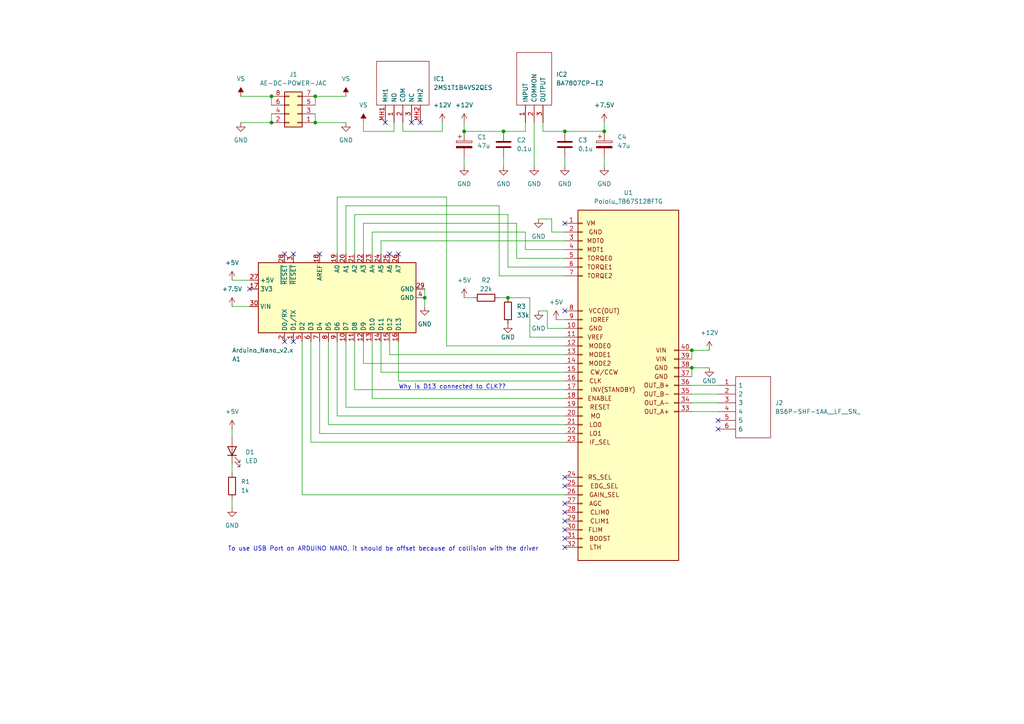
<source format=kicad_sch>
(kicad_sch (version 20211123) (generator eeschema)

  (uuid 68eaba5f-fdd8-4950-8137-7f7ce26d9834)

  (paper "A4")

  (lib_symbols
    (symbol "Connector_Generic:Conn_02x04_Odd_Even" (pin_names (offset 1.016) hide) (in_bom yes) (on_board yes)
      (property "Reference" "J" (id 0) (at 1.27 5.08 0)
        (effects (font (size 1.27 1.27)))
      )
      (property "Value" "Conn_02x04_Odd_Even" (id 1) (at 1.27 -7.62 0)
        (effects (font (size 1.27 1.27)))
      )
      (property "Footprint" "" (id 2) (at 0 0 0)
        (effects (font (size 1.27 1.27)) hide)
      )
      (property "Datasheet" "~" (id 3) (at 0 0 0)
        (effects (font (size 1.27 1.27)) hide)
      )
      (property "ki_keywords" "connector" (id 4) (at 0 0 0)
        (effects (font (size 1.27 1.27)) hide)
      )
      (property "ki_description" "Generic connector, double row, 02x04, odd/even pin numbering scheme (row 1 odd numbers, row 2 even numbers), script generated (kicad-library-utils/schlib/autogen/connector/)" (id 5) (at 0 0 0)
        (effects (font (size 1.27 1.27)) hide)
      )
      (property "ki_fp_filters" "Connector*:*_2x??_*" (id 6) (at 0 0 0)
        (effects (font (size 1.27 1.27)) hide)
      )
      (symbol "Conn_02x04_Odd_Even_1_1"
        (rectangle (start -1.27 -4.953) (end 0 -5.207)
          (stroke (width 0.1524) (type default) (color 0 0 0 0))
          (fill (type none))
        )
        (rectangle (start -1.27 -2.413) (end 0 -2.667)
          (stroke (width 0.1524) (type default) (color 0 0 0 0))
          (fill (type none))
        )
        (rectangle (start -1.27 0.127) (end 0 -0.127)
          (stroke (width 0.1524) (type default) (color 0 0 0 0))
          (fill (type none))
        )
        (rectangle (start -1.27 2.667) (end 0 2.413)
          (stroke (width 0.1524) (type default) (color 0 0 0 0))
          (fill (type none))
        )
        (rectangle (start -1.27 3.81) (end 3.81 -6.35)
          (stroke (width 0.254) (type default) (color 0 0 0 0))
          (fill (type background))
        )
        (rectangle (start 3.81 -4.953) (end 2.54 -5.207)
          (stroke (width 0.1524) (type default) (color 0 0 0 0))
          (fill (type none))
        )
        (rectangle (start 3.81 -2.413) (end 2.54 -2.667)
          (stroke (width 0.1524) (type default) (color 0 0 0 0))
          (fill (type none))
        )
        (rectangle (start 3.81 0.127) (end 2.54 -0.127)
          (stroke (width 0.1524) (type default) (color 0 0 0 0))
          (fill (type none))
        )
        (rectangle (start 3.81 2.667) (end 2.54 2.413)
          (stroke (width 0.1524) (type default) (color 0 0 0 0))
          (fill (type none))
        )
        (pin passive line (at -5.08 2.54 0) (length 3.81)
          (name "Pin_1" (effects (font (size 1.27 1.27))))
          (number "1" (effects (font (size 1.27 1.27))))
        )
        (pin passive line (at 7.62 2.54 180) (length 3.81)
          (name "Pin_2" (effects (font (size 1.27 1.27))))
          (number "2" (effects (font (size 1.27 1.27))))
        )
        (pin passive line (at -5.08 0 0) (length 3.81)
          (name "Pin_3" (effects (font (size 1.27 1.27))))
          (number "3" (effects (font (size 1.27 1.27))))
        )
        (pin passive line (at 7.62 0 180) (length 3.81)
          (name "Pin_4" (effects (font (size 1.27 1.27))))
          (number "4" (effects (font (size 1.27 1.27))))
        )
        (pin passive line (at -5.08 -2.54 0) (length 3.81)
          (name "Pin_5" (effects (font (size 1.27 1.27))))
          (number "5" (effects (font (size 1.27 1.27))))
        )
        (pin passive line (at 7.62 -2.54 180) (length 3.81)
          (name "Pin_6" (effects (font (size 1.27 1.27))))
          (number "6" (effects (font (size 1.27 1.27))))
        )
        (pin passive line (at -5.08 -5.08 0) (length 3.81)
          (name "Pin_7" (effects (font (size 1.27 1.27))))
          (number "7" (effects (font (size 1.27 1.27))))
        )
        (pin passive line (at 7.62 -5.08 180) (length 3.81)
          (name "Pin_8" (effects (font (size 1.27 1.27))))
          (number "8" (effects (font (size 1.27 1.27))))
        )
      )
    )
    (symbol "Device:C" (pin_numbers hide) (pin_names (offset 0.254)) (in_bom yes) (on_board yes)
      (property "Reference" "C" (id 0) (at 0.635 2.54 0)
        (effects (font (size 1.27 1.27)) (justify left))
      )
      (property "Value" "C" (id 1) (at 0.635 -2.54 0)
        (effects (font (size 1.27 1.27)) (justify left))
      )
      (property "Footprint" "" (id 2) (at 0.9652 -3.81 0)
        (effects (font (size 1.27 1.27)) hide)
      )
      (property "Datasheet" "~" (id 3) (at 0 0 0)
        (effects (font (size 1.27 1.27)) hide)
      )
      (property "ki_keywords" "cap capacitor" (id 4) (at 0 0 0)
        (effects (font (size 1.27 1.27)) hide)
      )
      (property "ki_description" "Unpolarized capacitor" (id 5) (at 0 0 0)
        (effects (font (size 1.27 1.27)) hide)
      )
      (property "ki_fp_filters" "C_*" (id 6) (at 0 0 0)
        (effects (font (size 1.27 1.27)) hide)
      )
      (symbol "C_0_1"
        (polyline
          (pts
            (xy -2.032 -0.762)
            (xy 2.032 -0.762)
          )
          (stroke (width 0.508) (type default) (color 0 0 0 0))
          (fill (type none))
        )
        (polyline
          (pts
            (xy -2.032 0.762)
            (xy 2.032 0.762)
          )
          (stroke (width 0.508) (type default) (color 0 0 0 0))
          (fill (type none))
        )
      )
      (symbol "C_1_1"
        (pin passive line (at 0 3.81 270) (length 2.794)
          (name "~" (effects (font (size 1.27 1.27))))
          (number "1" (effects (font (size 1.27 1.27))))
        )
        (pin passive line (at 0 -3.81 90) (length 2.794)
          (name "~" (effects (font (size 1.27 1.27))))
          (number "2" (effects (font (size 1.27 1.27))))
        )
      )
    )
    (symbol "Device:C_Polarized" (pin_numbers hide) (pin_names (offset 0.254)) (in_bom yes) (on_board yes)
      (property "Reference" "C" (id 0) (at 0.635 2.54 0)
        (effects (font (size 1.27 1.27)) (justify left))
      )
      (property "Value" "C_Polarized" (id 1) (at 0.635 -2.54 0)
        (effects (font (size 1.27 1.27)) (justify left))
      )
      (property "Footprint" "" (id 2) (at 0.9652 -3.81 0)
        (effects (font (size 1.27 1.27)) hide)
      )
      (property "Datasheet" "~" (id 3) (at 0 0 0)
        (effects (font (size 1.27 1.27)) hide)
      )
      (property "ki_keywords" "cap capacitor" (id 4) (at 0 0 0)
        (effects (font (size 1.27 1.27)) hide)
      )
      (property "ki_description" "Polarized capacitor" (id 5) (at 0 0 0)
        (effects (font (size 1.27 1.27)) hide)
      )
      (property "ki_fp_filters" "CP_*" (id 6) (at 0 0 0)
        (effects (font (size 1.27 1.27)) hide)
      )
      (symbol "C_Polarized_0_1"
        (rectangle (start -2.286 0.508) (end 2.286 1.016)
          (stroke (width 0) (type default) (color 0 0 0 0))
          (fill (type none))
        )
        (polyline
          (pts
            (xy -1.778 2.286)
            (xy -0.762 2.286)
          )
          (stroke (width 0) (type default) (color 0 0 0 0))
          (fill (type none))
        )
        (polyline
          (pts
            (xy -1.27 2.794)
            (xy -1.27 1.778)
          )
          (stroke (width 0) (type default) (color 0 0 0 0))
          (fill (type none))
        )
        (rectangle (start 2.286 -0.508) (end -2.286 -1.016)
          (stroke (width 0) (type default) (color 0 0 0 0))
          (fill (type outline))
        )
      )
      (symbol "C_Polarized_1_1"
        (pin passive line (at 0 3.81 270) (length 2.794)
          (name "~" (effects (font (size 1.27 1.27))))
          (number "1" (effects (font (size 1.27 1.27))))
        )
        (pin passive line (at 0 -3.81 90) (length 2.794)
          (name "~" (effects (font (size 1.27 1.27))))
          (number "2" (effects (font (size 1.27 1.27))))
        )
      )
    )
    (symbol "Device:LED" (pin_numbers hide) (pin_names (offset 1.016) hide) (in_bom yes) (on_board yes)
      (property "Reference" "D" (id 0) (at 0 2.54 0)
        (effects (font (size 1.27 1.27)))
      )
      (property "Value" "LED" (id 1) (at 0 -2.54 0)
        (effects (font (size 1.27 1.27)))
      )
      (property "Footprint" "" (id 2) (at 0 0 0)
        (effects (font (size 1.27 1.27)) hide)
      )
      (property "Datasheet" "~" (id 3) (at 0 0 0)
        (effects (font (size 1.27 1.27)) hide)
      )
      (property "ki_keywords" "LED diode" (id 4) (at 0 0 0)
        (effects (font (size 1.27 1.27)) hide)
      )
      (property "ki_description" "Light emitting diode" (id 5) (at 0 0 0)
        (effects (font (size 1.27 1.27)) hide)
      )
      (property "ki_fp_filters" "LED* LED_SMD:* LED_THT:*" (id 6) (at 0 0 0)
        (effects (font (size 1.27 1.27)) hide)
      )
      (symbol "LED_0_1"
        (polyline
          (pts
            (xy -1.27 -1.27)
            (xy -1.27 1.27)
          )
          (stroke (width 0.254) (type default) (color 0 0 0 0))
          (fill (type none))
        )
        (polyline
          (pts
            (xy -1.27 0)
            (xy 1.27 0)
          )
          (stroke (width 0) (type default) (color 0 0 0 0))
          (fill (type none))
        )
        (polyline
          (pts
            (xy 1.27 -1.27)
            (xy 1.27 1.27)
            (xy -1.27 0)
            (xy 1.27 -1.27)
          )
          (stroke (width 0.254) (type default) (color 0 0 0 0))
          (fill (type none))
        )
        (polyline
          (pts
            (xy -3.048 -0.762)
            (xy -4.572 -2.286)
            (xy -3.81 -2.286)
            (xy -4.572 -2.286)
            (xy -4.572 -1.524)
          )
          (stroke (width 0) (type default) (color 0 0 0 0))
          (fill (type none))
        )
        (polyline
          (pts
            (xy -1.778 -0.762)
            (xy -3.302 -2.286)
            (xy -2.54 -2.286)
            (xy -3.302 -2.286)
            (xy -3.302 -1.524)
          )
          (stroke (width 0) (type default) (color 0 0 0 0))
          (fill (type none))
        )
      )
      (symbol "LED_1_1"
        (pin passive line (at -3.81 0 0) (length 2.54)
          (name "K" (effects (font (size 1.27 1.27))))
          (number "1" (effects (font (size 1.27 1.27))))
        )
        (pin passive line (at 3.81 0 180) (length 2.54)
          (name "A" (effects (font (size 1.27 1.27))))
          (number "2" (effects (font (size 1.27 1.27))))
        )
      )
    )
    (symbol "Device:R" (pin_numbers hide) (pin_names (offset 0)) (in_bom yes) (on_board yes)
      (property "Reference" "R" (id 0) (at 2.032 0 90)
        (effects (font (size 1.27 1.27)))
      )
      (property "Value" "R" (id 1) (at 0 0 90)
        (effects (font (size 1.27 1.27)))
      )
      (property "Footprint" "" (id 2) (at -1.778 0 90)
        (effects (font (size 1.27 1.27)) hide)
      )
      (property "Datasheet" "~" (id 3) (at 0 0 0)
        (effects (font (size 1.27 1.27)) hide)
      )
      (property "ki_keywords" "R res resistor" (id 4) (at 0 0 0)
        (effects (font (size 1.27 1.27)) hide)
      )
      (property "ki_description" "Resistor" (id 5) (at 0 0 0)
        (effects (font (size 1.27 1.27)) hide)
      )
      (property "ki_fp_filters" "R_*" (id 6) (at 0 0 0)
        (effects (font (size 1.27 1.27)) hide)
      )
      (symbol "R_0_1"
        (rectangle (start -1.016 -2.54) (end 1.016 2.54)
          (stroke (width 0.254) (type default) (color 0 0 0 0))
          (fill (type none))
        )
      )
      (symbol "R_1_1"
        (pin passive line (at 0 3.81 270) (length 1.27)
          (name "~" (effects (font (size 1.27 1.27))))
          (number "1" (effects (font (size 1.27 1.27))))
        )
        (pin passive line (at 0 -3.81 90) (length 1.27)
          (name "~" (effects (font (size 1.27 1.27))))
          (number "2" (effects (font (size 1.27 1.27))))
        )
      )
    )
    (symbol "MCU_Module:Arduino_Nano_v2.x" (in_bom yes) (on_board yes)
      (property "Reference" "A" (id 0) (at -10.16 23.495 0)
        (effects (font (size 1.27 1.27)) (justify left bottom))
      )
      (property "Value" "Arduino_Nano_v2.x" (id 1) (at 5.08 -24.13 0)
        (effects (font (size 1.27 1.27)) (justify left top))
      )
      (property "Footprint" "Module:Arduino_Nano" (id 2) (at 0 0 0)
        (effects (font (size 1.27 1.27) italic) hide)
      )
      (property "Datasheet" "https://www.arduino.cc/en/uploads/Main/ArduinoNanoManual23.pdf" (id 3) (at 0 0 0)
        (effects (font (size 1.27 1.27)) hide)
      )
      (property "ki_keywords" "Arduino nano microcontroller module USB" (id 4) (at 0 0 0)
        (effects (font (size 1.27 1.27)) hide)
      )
      (property "ki_description" "Arduino Nano v2.x" (id 5) (at 0 0 0)
        (effects (font (size 1.27 1.27)) hide)
      )
      (property "ki_fp_filters" "Arduino*Nano*" (id 6) (at 0 0 0)
        (effects (font (size 1.27 1.27)) hide)
      )
      (symbol "Arduino_Nano_v2.x_0_1"
        (rectangle (start -10.16 22.86) (end 10.16 -22.86)
          (stroke (width 0.254) (type default) (color 0 0 0 0))
          (fill (type background))
        )
      )
      (symbol "Arduino_Nano_v2.x_1_1"
        (pin bidirectional line (at -12.7 12.7 0) (length 2.54)
          (name "D1/TX" (effects (font (size 1.27 1.27))))
          (number "1" (effects (font (size 1.27 1.27))))
        )
        (pin bidirectional line (at -12.7 -2.54 0) (length 2.54)
          (name "D7" (effects (font (size 1.27 1.27))))
          (number "10" (effects (font (size 1.27 1.27))))
        )
        (pin bidirectional line (at -12.7 -5.08 0) (length 2.54)
          (name "D8" (effects (font (size 1.27 1.27))))
          (number "11" (effects (font (size 1.27 1.27))))
        )
        (pin bidirectional line (at -12.7 -7.62 0) (length 2.54)
          (name "D9" (effects (font (size 1.27 1.27))))
          (number "12" (effects (font (size 1.27 1.27))))
        )
        (pin bidirectional line (at -12.7 -10.16 0) (length 2.54)
          (name "D10" (effects (font (size 1.27 1.27))))
          (number "13" (effects (font (size 1.27 1.27))))
        )
        (pin bidirectional line (at -12.7 -12.7 0) (length 2.54)
          (name "D11" (effects (font (size 1.27 1.27))))
          (number "14" (effects (font (size 1.27 1.27))))
        )
        (pin bidirectional line (at -12.7 -15.24 0) (length 2.54)
          (name "D12" (effects (font (size 1.27 1.27))))
          (number "15" (effects (font (size 1.27 1.27))))
        )
        (pin bidirectional line (at -12.7 -17.78 0) (length 2.54)
          (name "D13" (effects (font (size 1.27 1.27))))
          (number "16" (effects (font (size 1.27 1.27))))
        )
        (pin power_out line (at 2.54 25.4 270) (length 2.54)
          (name "3V3" (effects (font (size 1.27 1.27))))
          (number "17" (effects (font (size 1.27 1.27))))
        )
        (pin input line (at 12.7 5.08 180) (length 2.54)
          (name "AREF" (effects (font (size 1.27 1.27))))
          (number "18" (effects (font (size 1.27 1.27))))
        )
        (pin bidirectional line (at 12.7 0 180) (length 2.54)
          (name "A0" (effects (font (size 1.27 1.27))))
          (number "19" (effects (font (size 1.27 1.27))))
        )
        (pin bidirectional line (at -12.7 15.24 0) (length 2.54)
          (name "D0/RX" (effects (font (size 1.27 1.27))))
          (number "2" (effects (font (size 1.27 1.27))))
        )
        (pin bidirectional line (at 12.7 -2.54 180) (length 2.54)
          (name "A1" (effects (font (size 1.27 1.27))))
          (number "20" (effects (font (size 1.27 1.27))))
        )
        (pin bidirectional line (at 12.7 -5.08 180) (length 2.54)
          (name "A2" (effects (font (size 1.27 1.27))))
          (number "21" (effects (font (size 1.27 1.27))))
        )
        (pin bidirectional line (at 12.7 -7.62 180) (length 2.54)
          (name "A3" (effects (font (size 1.27 1.27))))
          (number "22" (effects (font (size 1.27 1.27))))
        )
        (pin bidirectional line (at 12.7 -10.16 180) (length 2.54)
          (name "A4" (effects (font (size 1.27 1.27))))
          (number "23" (effects (font (size 1.27 1.27))))
        )
        (pin bidirectional line (at 12.7 -12.7 180) (length 2.54)
          (name "A5" (effects (font (size 1.27 1.27))))
          (number "24" (effects (font (size 1.27 1.27))))
        )
        (pin bidirectional line (at 12.7 -15.24 180) (length 2.54)
          (name "A6" (effects (font (size 1.27 1.27))))
          (number "25" (effects (font (size 1.27 1.27))))
        )
        (pin bidirectional line (at 12.7 -17.78 180) (length 2.54)
          (name "A7" (effects (font (size 1.27 1.27))))
          (number "26" (effects (font (size 1.27 1.27))))
        )
        (pin power_out line (at 5.08 25.4 270) (length 2.54)
          (name "+5V" (effects (font (size 1.27 1.27))))
          (number "27" (effects (font (size 1.27 1.27))))
        )
        (pin input line (at 12.7 15.24 180) (length 2.54)
          (name "~{RESET}" (effects (font (size 1.27 1.27))))
          (number "28" (effects (font (size 1.27 1.27))))
        )
        (pin power_in line (at 2.54 -25.4 90) (length 2.54)
          (name "GND" (effects (font (size 1.27 1.27))))
          (number "29" (effects (font (size 1.27 1.27))))
        )
        (pin input line (at 12.7 12.7 180) (length 2.54)
          (name "~{RESET}" (effects (font (size 1.27 1.27))))
          (number "3" (effects (font (size 1.27 1.27))))
        )
        (pin power_in line (at -2.54 25.4 270) (length 2.54)
          (name "VIN" (effects (font (size 1.27 1.27))))
          (number "30" (effects (font (size 1.27 1.27))))
        )
        (pin power_in line (at 0 -25.4 90) (length 2.54)
          (name "GND" (effects (font (size 1.27 1.27))))
          (number "4" (effects (font (size 1.27 1.27))))
        )
        (pin bidirectional line (at -12.7 10.16 0) (length 2.54)
          (name "D2" (effects (font (size 1.27 1.27))))
          (number "5" (effects (font (size 1.27 1.27))))
        )
        (pin bidirectional line (at -12.7 7.62 0) (length 2.54)
          (name "D3" (effects (font (size 1.27 1.27))))
          (number "6" (effects (font (size 1.27 1.27))))
        )
        (pin bidirectional line (at -12.7 5.08 0) (length 2.54)
          (name "D4" (effects (font (size 1.27 1.27))))
          (number "7" (effects (font (size 1.27 1.27))))
        )
        (pin bidirectional line (at -12.7 2.54 0) (length 2.54)
          (name "D5" (effects (font (size 1.27 1.27))))
          (number "8" (effects (font (size 1.27 1.27))))
        )
        (pin bidirectional line (at -12.7 0 0) (length 2.54)
          (name "D6" (effects (font (size 1.27 1.27))))
          (number "9" (effects (font (size 1.27 1.27))))
        )
      )
    )
    (symbol "MyLib:2MS1T1B4VS2QES" (pin_names (offset 0.762)) (in_bom yes) (on_board yes)
      (property "Reference" "IC" (id 0) (at 19.05 7.62 0)
        (effects (font (size 1.27 1.27)) (justify left))
      )
      (property "Value" "2MS1T1B4VS2QES" (id 1) (at 19.05 5.08 0)
        (effects (font (size 1.27 1.27)) (justify left))
      )
      (property "Footprint" "2MS1T1B4VS2QES" (id 2) (at 19.05 2.54 0)
        (effects (font (size 1.27 1.27)) (justify left) hide)
      )
      (property "Datasheet" "https://akizukidenshi.com/download/ds/cosland/2MS1-T1-B4-VS2-Q-E-S.pdf" (id 3) (at 19.05 0 0)
        (effects (font (size 1.27 1.27)) (justify left) hide)
      )
      (property "Description" "Dailywell" (id 4) (at 19.05 -2.54 0)
        (effects (font (size 1.27 1.27)) (justify left) hide)
      )
      (property "Height" "23.61" (id 5) (at 19.05 -5.08 0)
        (effects (font (size 1.27 1.27)) (justify left) hide)
      )
      (property "Manufacturer_Name" "Dailywell" (id 6) (at 19.05 -7.62 0)
        (effects (font (size 1.27 1.27)) (justify left) hide)
      )
      (property "Manufacturer_Part_Number" "2MS1T1B4VS2QES" (id 7) (at 19.05 -10.16 0)
        (effects (font (size 1.27 1.27)) (justify left) hide)
      )
      (property "Mouser Part Number" "N/A" (id 8) (at 19.05 -12.7 0)
        (effects (font (size 1.27 1.27)) (justify left) hide)
      )
      (property "Mouser Price/Stock" "https://www.mouser.co.uk/ProductDetail/Dailywell/2MS1T1B4VS2QES?qs=Zz7%252BYVVL6bHHqAn5ycuDAQ%3D%3D" (id 9) (at 19.05 -15.24 0)
        (effects (font (size 1.27 1.27)) (justify left) hide)
      )
      (property "Arrow Part Number" "" (id 10) (at 19.05 -17.78 0)
        (effects (font (size 1.27 1.27)) (justify left) hide)
      )
      (property "Arrow Price/Stock" "" (id 11) (at 19.05 -20.32 0)
        (effects (font (size 1.27 1.27)) (justify left) hide)
      )
      (property "Mouser Testing Part Number" "" (id 12) (at 19.05 -22.86 0)
        (effects (font (size 1.27 1.27)) (justify left) hide)
      )
      (property "Mouser Testing Price/Stock" "" (id 13) (at 19.05 -25.4 0)
        (effects (font (size 1.27 1.27)) (justify left) hide)
      )
      (property "ki_description" "Dailywell" (id 14) (at 0 0 0)
        (effects (font (size 1.27 1.27)) hide)
      )
      (symbol "2MS1T1B4VS2QES_0_0"
        (pin passive line (at 0 -2.54 0) (length 5.08)
          (name "NO" (effects (font (size 1.27 1.27))))
          (number "1" (effects (font (size 1.27 1.27))))
        )
        (pin passive line (at 0 -5.08 0) (length 5.08)
          (name "COM" (effects (font (size 1.27 1.27))))
          (number "2" (effects (font (size 1.27 1.27))))
        )
        (pin passive line (at 0 -7.62 0) (length 5.08)
          (name "NC" (effects (font (size 1.27 1.27))))
          (number "3" (effects (font (size 1.27 1.27))))
        )
        (pin passive line (at 0 0 0) (length 5.08)
          (name "MH1" (effects (font (size 1.27 1.27))))
          (number "MH1" (effects (font (size 1.27 1.27))))
        )
        (pin passive line (at 0 -10.16 0) (length 5.08)
          (name "MH2" (effects (font (size 1.27 1.27))))
          (number "MH2" (effects (font (size 1.27 1.27))))
        )
      )
      (symbol "2MS1T1B4VS2QES_0_1"
        (polyline
          (pts
            (xy 5.08 2.54)
            (xy 17.78 2.54)
            (xy 17.78 -12.7)
            (xy 5.08 -12.7)
            (xy 5.08 2.54)
          )
          (stroke (width 0.1524) (type default) (color 0 0 0 0))
          (fill (type none))
        )
      )
    )
    (symbol "MyLib:Pololu_TB67S128FTG" (pin_names (offset 1.016) hide) (in_bom yes) (on_board yes)
      (property "Reference" "U" (id 0) (at 1.27 50.8 0)
        (effects (font (size 1.27 1.27)))
      )
      (property "Value" "Pololu_TB67S128FTG" (id 1) (at 1.27 -53.34 0)
        (effects (font (size 1.27 1.27)))
      )
      (property "Footprint" "" (id 2) (at 0 -10.16 0)
        (effects (font (size 1.27 1.27)) hide)
      )
      (property "Datasheet" "~" (id 3) (at 0 -10.16 0)
        (effects (font (size 1.27 1.27)) hide)
      )
      (property "ki_keywords" "connector" (id 4) (at 0 0 0)
        (effects (font (size 1.27 1.27)) hide)
      )
      (property "ki_description" "Generic connector, double row, 02x40, counter clockwise pin numbering scheme (similar to DIP package numbering), script generated (kicad-library-utils/schlib/autogen/connector/)" (id 5) (at 0 0 0)
        (effects (font (size 1.27 1.27)) hide)
      )
      (property "ki_fp_filters" "Connector*:*_2x??_*" (id 6) (at 0 0 0)
        (effects (font (size 1.27 1.27)) hide)
      )
      (symbol "Pololu_TB67S128FTG_0_0"
        (text "AGC" (at 3.81 -35.56 0)
          (effects (font (size 1.27 1.27)))
        )
        (text "BOOST" (at 5.08 -45.72 0)
          (effects (font (size 1.27 1.27)))
        )
        (text "CLIM0" (at 5.08 -38.1 0)
          (effects (font (size 1.27 1.27)))
        )
        (text "CLIM1" (at 5.08 -40.64 0)
          (effects (font (size 1.27 1.27)))
        )
        (text "CLK" (at 3.81 0 0)
          (effects (font (size 1.27 1.27)))
        )
        (text "CW/CCW" (at 6.35 2.54 0)
          (effects (font (size 1.27 1.27)))
        )
        (text "EDG_SEL" (at 6.35 -30.48 0)
          (effects (font (size 1.27 1.27)))
        )
        (text "ENABLE" (at 5.08 -5.08 0)
          (effects (font (size 1.27 1.27)))
        )
        (text "FLIM" (at 3.81 -43.18 0)
          (effects (font (size 1.27 1.27)))
        )
        (text "GAIN_SEL" (at 6.35 -33.02 0)
          (effects (font (size 1.27 1.27)))
        )
        (text "GND" (at 3.81 15.24 0)
          (effects (font (size 1.27 1.27)))
        )
        (text "GND" (at 3.81 43.18 0)
          (effects (font (size 1.27 1.27)))
        )
        (text "GND" (at 22.86 1.27 0)
          (effects (font (size 1.27 1.27)))
        )
        (text "GND" (at 22.86 3.81 0)
          (effects (font (size 1.27 1.27)))
        )
        (text "IF_SEL" (at 5.08 -17.78 0)
          (effects (font (size 1.27 1.27)))
        )
        (text "INV(STANDBY)" (at 8.89 -2.54 0)
          (effects (font (size 1.27 1.27)))
        )
        (text "IOREF" (at 5.08 17.78 0)
          (effects (font (size 1.27 1.27)))
        )
        (text "LO0" (at 3.81 -12.7 0)
          (effects (font (size 1.27 1.27)))
        )
        (text "LO1" (at 3.81 -15.24 0)
          (effects (font (size 1.27 1.27)))
        )
        (text "LTH" (at 3.81 -48.26 0)
          (effects (font (size 1.27 1.27)))
        )
        (text "MDT0" (at 3.81 40.64 0)
          (effects (font (size 1.27 1.27)))
        )
        (text "MDT1" (at 3.81 38.1 0)
          (effects (font (size 1.27 1.27)))
        )
        (text "MO" (at 3.81 -10.16 0)
          (effects (font (size 1.27 1.27)))
        )
        (text "MODE0" (at 5.08 10.16 0)
          (effects (font (size 1.27 1.27)))
        )
        (text "MODE1" (at 5.08 7.62 0)
          (effects (font (size 1.27 1.27)))
        )
        (text "MODE2" (at 5.08 5.08 0)
          (effects (font (size 1.27 1.27)))
        )
        (text "OUT_A+" (at 21.59 -8.89 0)
          (effects (font (size 1.27 1.27)))
        )
        (text "OUT_A-" (at 21.59 -6.35 0)
          (effects (font (size 1.27 1.27)))
        )
        (text "OUT_B+" (at 21.59 -1.27 0)
          (effects (font (size 1.27 1.27)))
        )
        (text "OUT_B-" (at 21.59 -3.81 0)
          (effects (font (size 1.27 1.27)))
        )
        (text "RESET" (at 5.08 -7.62 0)
          (effects (font (size 1.27 1.27)))
        )
        (text "RS_SEL" (at 5.08 -27.94 0)
          (effects (font (size 1.27 1.27)))
        )
        (text "TORQE0" (at 5.08 35.56 0)
          (effects (font (size 1.27 1.27)))
        )
        (text "TORQE1" (at 5.08 33.02 0)
          (effects (font (size 1.27 1.27)))
        )
        (text "TORQE2" (at 5.08 30.48 0)
          (effects (font (size 1.27 1.27)))
        )
        (text "VCC(OUT)" (at 6.35 20.32 0)
          (effects (font (size 1.27 1.27)))
        )
        (text "VIN" (at 22.86 6.35 0)
          (effects (font (size 1.27 1.27)))
        )
        (text "VIN" (at 22.86 8.89 0)
          (effects (font (size 1.27 1.27)))
        )
        (text "VM" (at 2.54 45.72 0)
          (effects (font (size 1.27 1.27)))
        )
        (text "VREF" (at 3.81 12.7 0)
          (effects (font (size 1.27 1.27)))
        )
      )
      (symbol "Pololu_TB67S128FTG_1_1"
        (rectangle (start -1.27 -48.133) (end 0 -48.387)
          (stroke (width 0.1524) (type default) (color 0 0 0 0))
          (fill (type none))
        )
        (rectangle (start -1.27 -45.593) (end 0 -45.847)
          (stroke (width 0.1524) (type default) (color 0 0 0 0))
          (fill (type none))
        )
        (rectangle (start -1.27 -43.053) (end 0 -43.307)
          (stroke (width 0.1524) (type default) (color 0 0 0 0))
          (fill (type none))
        )
        (rectangle (start -1.27 -40.513) (end 0 -40.767)
          (stroke (width 0.1524) (type default) (color 0 0 0 0))
          (fill (type none))
        )
        (rectangle (start -1.27 -37.973) (end 0 -38.227)
          (stroke (width 0.1524) (type default) (color 0 0 0 0))
          (fill (type none))
        )
        (rectangle (start -1.27 -35.433) (end 0 -35.687)
          (stroke (width 0.1524) (type default) (color 0 0 0 0))
          (fill (type none))
        )
        (rectangle (start -1.27 -32.893) (end 0 -33.147)
          (stroke (width 0.1524) (type default) (color 0 0 0 0))
          (fill (type none))
        )
        (rectangle (start -1.27 -30.353) (end 0 -30.607)
          (stroke (width 0.1524) (type default) (color 0 0 0 0))
          (fill (type none))
        )
        (rectangle (start -1.27 -27.813) (end 0 -28.067)
          (stroke (width 0.1524) (type default) (color 0 0 0 0))
          (fill (type none))
        )
        (rectangle (start -1.27 -17.653) (end 0 -17.907)
          (stroke (width 0.1524) (type default) (color 0 0 0 0))
          (fill (type none))
        )
        (rectangle (start -1.27 -15.113) (end 0 -15.367)
          (stroke (width 0.1524) (type default) (color 0 0 0 0))
          (fill (type none))
        )
        (rectangle (start -1.27 -12.573) (end 0 -12.827)
          (stroke (width 0.1524) (type default) (color 0 0 0 0))
          (fill (type none))
        )
        (rectangle (start -1.27 -10.033) (end 0 -10.287)
          (stroke (width 0.1524) (type default) (color 0 0 0 0))
          (fill (type none))
        )
        (rectangle (start -1.27 -7.493) (end 0 -7.747)
          (stroke (width 0.1524) (type default) (color 0 0 0 0))
          (fill (type none))
        )
        (rectangle (start -1.27 -4.953) (end 0 -5.207)
          (stroke (width 0.1524) (type default) (color 0 0 0 0))
          (fill (type none))
        )
        (rectangle (start -1.27 -2.413) (end 0 -2.667)
          (stroke (width 0.1524) (type default) (color 0 0 0 0))
          (fill (type none))
        )
        (rectangle (start -1.27 0.127) (end 0 -0.127)
          (stroke (width 0.1524) (type default) (color 0 0 0 0))
          (fill (type none))
        )
        (rectangle (start -1.27 2.667) (end 0 2.413)
          (stroke (width 0.1524) (type default) (color 0 0 0 0))
          (fill (type none))
        )
        (rectangle (start -1.27 5.207) (end 0 4.953)
          (stroke (width 0.1524) (type default) (color 0 0 0 0))
          (fill (type none))
        )
        (rectangle (start -1.27 7.747) (end 0 7.493)
          (stroke (width 0.1524) (type default) (color 0 0 0 0))
          (fill (type none))
        )
        (rectangle (start -1.27 10.287) (end 0 10.033)
          (stroke (width 0.1524) (type default) (color 0 0 0 0))
          (fill (type none))
        )
        (rectangle (start -1.27 12.827) (end 0 12.573)
          (stroke (width 0.1524) (type default) (color 0 0 0 0))
          (fill (type none))
        )
        (rectangle (start -1.27 15.367) (end 0 15.113)
          (stroke (width 0.1524) (type default) (color 0 0 0 0))
          (fill (type none))
        )
        (rectangle (start -1.27 17.907) (end 0 17.653)
          (stroke (width 0.1524) (type default) (color 0 0 0 0))
          (fill (type none))
        )
        (rectangle (start -1.27 20.447) (end 0 20.193)
          (stroke (width 0.1524) (type default) (color 0 0 0 0))
          (fill (type none))
        )
        (rectangle (start -1.27 30.607) (end 0 30.353)
          (stroke (width 0.1524) (type default) (color 0 0 0 0))
          (fill (type none))
        )
        (rectangle (start -1.27 33.147) (end 0 32.893)
          (stroke (width 0.1524) (type default) (color 0 0 0 0))
          (fill (type none))
        )
        (rectangle (start -1.27 35.687) (end 0 35.433)
          (stroke (width 0.1524) (type default) (color 0 0 0 0))
          (fill (type none))
        )
        (rectangle (start -1.27 38.227) (end 0 37.973)
          (stroke (width 0.1524) (type default) (color 0 0 0 0))
          (fill (type none))
        )
        (rectangle (start -1.27 40.767) (end 0 40.513)
          (stroke (width 0.1524) (type default) (color 0 0 0 0))
          (fill (type none))
        )
        (rectangle (start -1.27 43.307) (end 0 43.053)
          (stroke (width 0.1524) (type default) (color 0 0 0 0))
          (fill (type none))
        )
        (rectangle (start -1.27 45.847) (end 0 45.593)
          (stroke (width 0.1524) (type default) (color 0 0 0 0))
          (fill (type none))
        )
        (rectangle (start -1.27 49.53) (end 27.94 -52.07)
          (stroke (width 0.254) (type default) (color 0 0 0 0))
          (fill (type background))
        )
        (rectangle (start 27.94 -9.017) (end 26.67 -8.763)
          (stroke (width 0.1524) (type default) (color 0 0 0 0))
          (fill (type none))
        )
        (rectangle (start 27.94 -6.477) (end 26.67 -6.223)
          (stroke (width 0.1524) (type default) (color 0 0 0 0))
          (fill (type none))
        )
        (rectangle (start 27.94 -3.937) (end 26.67 -3.683)
          (stroke (width 0.1524) (type default) (color 0 0 0 0))
          (fill (type none))
        )
        (rectangle (start 27.94 -1.397) (end 26.67 -1.143)
          (stroke (width 0.1524) (type default) (color 0 0 0 0))
          (fill (type none))
        )
        (rectangle (start 27.94 1.143) (end 26.67 1.397)
          (stroke (width 0.1524) (type default) (color 0 0 0 0))
          (fill (type none))
        )
        (rectangle (start 27.94 3.683) (end 26.67 3.937)
          (stroke (width 0.1524) (type default) (color 0 0 0 0))
          (fill (type none))
        )
        (rectangle (start 27.94 6.223) (end 26.67 6.477)
          (stroke (width 0.1524) (type default) (color 0 0 0 0))
          (fill (type none))
        )
        (rectangle (start 27.94 8.763) (end 26.67 9.017)
          (stroke (width 0.1524) (type default) (color 0 0 0 0))
          (fill (type none))
        )
        (pin passive line (at -5.08 45.72 0) (length 3.81)
          (name "Pin_1" (effects (font (size 1.27 1.27))))
          (number "1" (effects (font (size 1.27 1.27))))
        )
        (pin passive line (at -5.08 15.24 0) (length 3.81)
          (name "Pin_10" (effects (font (size 1.27 1.27))))
          (number "10" (effects (font (size 1.27 1.27))))
        )
        (pin passive line (at -5.08 12.7 0) (length 3.81)
          (name "Pin_11" (effects (font (size 1.27 1.27))))
          (number "11" (effects (font (size 1.27 1.27))))
        )
        (pin passive line (at -5.08 10.16 0) (length 3.81)
          (name "Pin_12" (effects (font (size 1.27 1.27))))
          (number "12" (effects (font (size 1.27 1.27))))
        )
        (pin passive line (at -5.08 7.62 0) (length 3.81)
          (name "Pin_13" (effects (font (size 1.27 1.27))))
          (number "13" (effects (font (size 1.27 1.27))))
        )
        (pin passive line (at -5.08 5.08 0) (length 3.81)
          (name "Pin_14" (effects (font (size 1.27 1.27))))
          (number "14" (effects (font (size 1.27 1.27))))
        )
        (pin passive line (at -5.08 2.54 0) (length 3.81)
          (name "Pin_15" (effects (font (size 1.27 1.27))))
          (number "15" (effects (font (size 1.27 1.27))))
        )
        (pin passive line (at -5.08 0 0) (length 3.81)
          (name "Pin_16" (effects (font (size 1.27 1.27))))
          (number "16" (effects (font (size 1.27 1.27))))
        )
        (pin passive line (at -5.08 -2.54 0) (length 3.81)
          (name "Pin_17" (effects (font (size 1.27 1.27))))
          (number "17" (effects (font (size 1.27 1.27))))
        )
        (pin passive line (at -5.08 -5.08 0) (length 3.81)
          (name "Pin_18" (effects (font (size 1.27 1.27))))
          (number "18" (effects (font (size 1.27 1.27))))
        )
        (pin passive line (at -5.08 -7.62 0) (length 3.81)
          (name "Pin_19" (effects (font (size 1.27 1.27))))
          (number "19" (effects (font (size 1.27 1.27))))
        )
        (pin passive line (at -5.08 43.18 0) (length 3.81)
          (name "Pin_2" (effects (font (size 1.27 1.27))))
          (number "2" (effects (font (size 1.27 1.27))))
        )
        (pin passive line (at -5.08 -10.16 0) (length 3.81)
          (name "Pin_20" (effects (font (size 1.27 1.27))))
          (number "20" (effects (font (size 1.27 1.27))))
        )
        (pin passive line (at -5.08 -12.7 0) (length 3.81)
          (name "Pin_21" (effects (font (size 1.27 1.27))))
          (number "21" (effects (font (size 1.27 1.27))))
        )
        (pin passive line (at -5.08 -15.24 0) (length 3.81)
          (name "Pin_22" (effects (font (size 1.27 1.27))))
          (number "22" (effects (font (size 1.27 1.27))))
        )
        (pin passive line (at -5.08 -17.78 0) (length 3.81)
          (name "Pin_23" (effects (font (size 1.27 1.27))))
          (number "23" (effects (font (size 1.27 1.27))))
        )
        (pin passive line (at -5.08 -27.94 0) (length 3.81)
          (name "Pin_24" (effects (font (size 1.27 1.27))))
          (number "24" (effects (font (size 1.27 1.27))))
        )
        (pin passive line (at -5.08 -30.48 0) (length 3.81)
          (name "Pin_25" (effects (font (size 1.27 1.27))))
          (number "25" (effects (font (size 1.27 1.27))))
        )
        (pin passive line (at -5.08 -33.02 0) (length 3.81)
          (name "Pin_26" (effects (font (size 1.27 1.27))))
          (number "26" (effects (font (size 1.27 1.27))))
        )
        (pin passive line (at -5.08 -35.56 0) (length 3.81)
          (name "Pin_27" (effects (font (size 1.27 1.27))))
          (number "27" (effects (font (size 1.27 1.27))))
        )
        (pin passive line (at -5.08 -38.1 0) (length 3.81)
          (name "Pin_28" (effects (font (size 1.27 1.27))))
          (number "28" (effects (font (size 1.27 1.27))))
        )
        (pin passive line (at -5.08 -40.64 0) (length 3.81)
          (name "Pin_29" (effects (font (size 1.27 1.27))))
          (number "29" (effects (font (size 1.27 1.27))))
        )
        (pin passive line (at -5.08 40.64 0) (length 3.81)
          (name "Pin_3" (effects (font (size 1.27 1.27))))
          (number "3" (effects (font (size 1.27 1.27))))
        )
        (pin passive line (at -5.08 -43.18 0) (length 3.81)
          (name "Pin_30" (effects (font (size 1.27 1.27))))
          (number "30" (effects (font (size 1.27 1.27))))
        )
        (pin passive line (at -5.08 -45.72 0) (length 3.81)
          (name "Pin_31" (effects (font (size 1.27 1.27))))
          (number "31" (effects (font (size 1.27 1.27))))
        )
        (pin passive line (at -5.08 -48.26 0) (length 3.81)
          (name "Pin_32" (effects (font (size 1.27 1.27))))
          (number "32" (effects (font (size 1.27 1.27))))
        )
        (pin passive line (at 31.75 -8.89 180) (length 3.81)
          (name "Pin_33" (effects (font (size 1.27 1.27))))
          (number "33" (effects (font (size 1.27 1.27))))
        )
        (pin passive line (at 31.75 -6.35 180) (length 3.81)
          (name "Pin_34" (effects (font (size 1.27 1.27))))
          (number "34" (effects (font (size 1.27 1.27))))
        )
        (pin passive line (at 31.75 -3.81 180) (length 3.81)
          (name "Pin_35" (effects (font (size 1.27 1.27))))
          (number "35" (effects (font (size 1.27 1.27))))
        )
        (pin passive line (at 31.75 -1.27 180) (length 3.81)
          (name "Pin_36" (effects (font (size 1.27 1.27))))
          (number "36" (effects (font (size 1.27 1.27))))
        )
        (pin passive line (at 31.75 1.27 180) (length 3.81)
          (name "Pin_37" (effects (font (size 1.27 1.27))))
          (number "37" (effects (font (size 1.27 1.27))))
        )
        (pin passive line (at 31.75 3.81 180) (length 3.81)
          (name "Pin_38" (effects (font (size 1.27 1.27))))
          (number "38" (effects (font (size 1.27 1.27))))
        )
        (pin passive line (at 31.75 6.35 180) (length 3.81)
          (name "Pin_39" (effects (font (size 1.27 1.27))))
          (number "39" (effects (font (size 1.27 1.27))))
        )
        (pin passive line (at -5.08 38.1 0) (length 3.81)
          (name "Pin_4" (effects (font (size 1.27 1.27))))
          (number "4" (effects (font (size 1.27 1.27))))
        )
        (pin passive line (at 31.75 8.89 180) (length 3.81)
          (name "Pin_40" (effects (font (size 1.27 1.27))))
          (number "40" (effects (font (size 1.27 1.27))))
        )
        (pin passive line (at -5.08 35.56 0) (length 3.81)
          (name "Pin_5" (effects (font (size 1.27 1.27))))
          (number "5" (effects (font (size 1.27 1.27))))
        )
        (pin passive line (at -5.08 33.02 0) (length 3.81)
          (name "Pin_6" (effects (font (size 1.27 1.27))))
          (number "6" (effects (font (size 1.27 1.27))))
        )
        (pin passive line (at -5.08 30.48 0) (length 3.81)
          (name "Pin_7" (effects (font (size 1.27 1.27))))
          (number "7" (effects (font (size 1.27 1.27))))
        )
        (pin passive line (at -5.08 20.32 0) (length 3.81)
          (name "Pin_8" (effects (font (size 1.27 1.27))))
          (number "8" (effects (font (size 1.27 1.27))))
        )
        (pin passive line (at -5.08 17.78 0) (length 3.81)
          (name "Pin_9" (effects (font (size 1.27 1.27))))
          (number "9" (effects (font (size 1.27 1.27))))
        )
      )
    )
    (symbol "SamacSys_Parts:BA7807CP-E2" (pin_names (offset 0.762)) (in_bom yes) (on_board yes)
      (property "Reference" "IC" (id 0) (at 21.59 7.62 0)
        (effects (font (size 1.27 1.27)) (justify left))
      )
      (property "Value" "BA7807CP-E2" (id 1) (at 21.59 5.08 0)
        (effects (font (size 1.27 1.27)) (justify left))
      )
      (property "Footprint" "TO254P460X1010X1700-3P" (id 2) (at 21.59 2.54 0)
        (effects (font (size 1.27 1.27)) (justify left) hide)
      )
      (property "Datasheet" "https://componentsearchengine.com/Datasheets/1/BA7807CP-E2.pdf" (id 3) (at 21.59 0 0)
        (effects (font (size 1.27 1.27)) (justify left) hide)
      )
      (property "Description" "Linear Voltage Regulators IC REG 9.5-22 VOUT 7V 1A" (id 4) (at 21.59 -2.54 0)
        (effects (font (size 1.27 1.27)) (justify left) hide)
      )
      (property "Height" "4.6" (id 5) (at 21.59 -5.08 0)
        (effects (font (size 1.27 1.27)) (justify left) hide)
      )
      (property "Manufacturer_Name" "ROHM Semiconductor" (id 6) (at 21.59 -7.62 0)
        (effects (font (size 1.27 1.27)) (justify left) hide)
      )
      (property "Manufacturer_Part_Number" "BA7807CP-E2" (id 7) (at 21.59 -10.16 0)
        (effects (font (size 1.27 1.27)) (justify left) hide)
      )
      (property "Mouser Part Number" "755-BA7807CP-E2" (id 8) (at 21.59 -12.7 0)
        (effects (font (size 1.27 1.27)) (justify left) hide)
      )
      (property "Mouser Price/Stock" "https://www.mouser.co.uk/ProductDetail/ROHM-Semiconductor/BA7807CP-E2?qs=Bakm8ERcljp0D%252BecpRGTrg%3D%3D" (id 9) (at 21.59 -15.24 0)
        (effects (font (size 1.27 1.27)) (justify left) hide)
      )
      (property "Arrow Part Number" "" (id 10) (at 21.59 -17.78 0)
        (effects (font (size 1.27 1.27)) (justify left) hide)
      )
      (property "Arrow Price/Stock" "" (id 11) (at 21.59 -20.32 0)
        (effects (font (size 1.27 1.27)) (justify left) hide)
      )
      (property "Mouser Testing Part Number" "" (id 12) (at 21.59 -22.86 0)
        (effects (font (size 1.27 1.27)) (justify left) hide)
      )
      (property "Mouser Testing Price/Stock" "" (id 13) (at 21.59 -25.4 0)
        (effects (font (size 1.27 1.27)) (justify left) hide)
      )
      (property "ki_description" "Linear Voltage Regulators IC REG 9.5-22 VOUT 7V 1A" (id 14) (at 0 0 0)
        (effects (font (size 1.27 1.27)) hide)
      )
      (symbol "BA7807CP-E2_0_0"
        (pin passive line (at 0 0 0) (length 5.08)
          (name "INPUT" (effects (font (size 1.27 1.27))))
          (number "1" (effects (font (size 1.27 1.27))))
        )
        (pin passive line (at 0 -2.54 0) (length 5.08)
          (name "COMMON" (effects (font (size 1.27 1.27))))
          (number "2" (effects (font (size 1.27 1.27))))
        )
        (pin passive line (at 0 -5.08 0) (length 5.08)
          (name "OUTPUT" (effects (font (size 1.27 1.27))))
          (number "3" (effects (font (size 1.27 1.27))))
        )
      )
      (symbol "BA7807CP-E2_0_1"
        (polyline
          (pts
            (xy 5.08 2.54)
            (xy 20.32 2.54)
            (xy 20.32 -7.62)
            (xy 5.08 -7.62)
            (xy 5.08 2.54)
          )
          (stroke (width 0.1524) (type default) (color 0 0 0 0))
          (fill (type none))
        )
      )
    )
    (symbol "SamacSys_Parts:BS6P-SHF-1AA__LF__SN_" (pin_names (offset 0.762)) (in_bom yes) (on_board yes)
      (property "Reference" "J" (id 0) (at 16.51 7.62 0)
        (effects (font (size 1.27 1.27)) (justify left))
      )
      (property "Value" "BS6P-SHF-1AA__LF__SN_" (id 1) (at 16.51 5.08 0)
        (effects (font (size 1.27 1.27)) (justify left))
      )
      (property "Footprint" "HDRRA6W64P0X250_1X6_1500X600X560P" (id 2) (at 16.51 2.54 0)
        (effects (font (size 1.27 1.27)) (justify left) hide)
      )
      (property "Datasheet" "http://www.jst-mfg.com/product/pdf/eng/eNH.pdf" (id 3) (at 16.51 0 0)
        (effects (font (size 1.27 1.27)) (justify left) hide)
      )
      (property "Description" "JST HVQ Series, 2.5mm Pitch 6 Way 1 Row Right Angle PCB Header, Solder Termination, 3A" (id 4) (at 16.51 -2.54 0)
        (effects (font (size 1.27 1.27)) (justify left) hide)
      )
      (property "Height" "5.6" (id 5) (at 16.51 -5.08 0)
        (effects (font (size 1.27 1.27)) (justify left) hide)
      )
      (property "Manufacturer_Name" "JST (JAPAN SOLDERLESS TERMINALS)" (id 6) (at 16.51 -7.62 0)
        (effects (font (size 1.27 1.27)) (justify left) hide)
      )
      (property "Manufacturer_Part_Number" "BS6P-SHF-1AA (LF)(SN)" (id 7) (at 16.51 -10.16 0)
        (effects (font (size 1.27 1.27)) (justify left) hide)
      )
      (property "Mouser Part Number" "" (id 8) (at 16.51 -12.7 0)
        (effects (font (size 1.27 1.27)) (justify left) hide)
      )
      (property "Mouser Price/Stock" "" (id 9) (at 16.51 -15.24 0)
        (effects (font (size 1.27 1.27)) (justify left) hide)
      )
      (property "Arrow Part Number" "" (id 10) (at 16.51 -17.78 0)
        (effects (font (size 1.27 1.27)) (justify left) hide)
      )
      (property "Arrow Price/Stock" "" (id 11) (at 16.51 -20.32 0)
        (effects (font (size 1.27 1.27)) (justify left) hide)
      )
      (property "Mouser Testing Part Number" "" (id 12) (at 16.51 -22.86 0)
        (effects (font (size 1.27 1.27)) (justify left) hide)
      )
      (property "Mouser Testing Price/Stock" "" (id 13) (at 16.51 -25.4 0)
        (effects (font (size 1.27 1.27)) (justify left) hide)
      )
      (property "ki_description" "JST HVQ Series, 2.5mm Pitch 6 Way 1 Row Right Angle PCB Header, Solder Termination, 3A" (id 14) (at 0 0 0)
        (effects (font (size 1.27 1.27)) hide)
      )
      (symbol "BS6P-SHF-1AA__LF__SN__0_0"
        (pin passive line (at 0 0 0) (length 5.08)
          (name "1" (effects (font (size 1.27 1.27))))
          (number "1" (effects (font (size 1.27 1.27))))
        )
        (pin passive line (at 0 -2.54 0) (length 5.08)
          (name "2" (effects (font (size 1.27 1.27))))
          (number "2" (effects (font (size 1.27 1.27))))
        )
        (pin passive line (at 0 -5.08 0) (length 5.08)
          (name "3" (effects (font (size 1.27 1.27))))
          (number "3" (effects (font (size 1.27 1.27))))
        )
        (pin passive line (at 0 -7.62 0) (length 5.08)
          (name "4" (effects (font (size 1.27 1.27))))
          (number "4" (effects (font (size 1.27 1.27))))
        )
        (pin passive line (at 0 -10.16 0) (length 5.08)
          (name "5" (effects (font (size 1.27 1.27))))
          (number "5" (effects (font (size 1.27 1.27))))
        )
        (pin passive line (at 0 -12.7 0) (length 5.08)
          (name "6" (effects (font (size 1.27 1.27))))
          (number "6" (effects (font (size 1.27 1.27))))
        )
      )
      (symbol "BS6P-SHF-1AA__LF__SN__0_1"
        (polyline
          (pts
            (xy 5.08 2.54)
            (xy 15.24 2.54)
            (xy 15.24 -15.24)
            (xy 5.08 -15.24)
            (xy 5.08 2.54)
          )
          (stroke (width 0.1524) (type default) (color 0 0 0 0))
          (fill (type none))
        )
      )
    )
    (symbol "power:+12V" (power) (pin_names (offset 0)) (in_bom yes) (on_board yes)
      (property "Reference" "#PWR" (id 0) (at 0 -3.81 0)
        (effects (font (size 1.27 1.27)) hide)
      )
      (property "Value" "+12V" (id 1) (at 0 3.556 0)
        (effects (font (size 1.27 1.27)))
      )
      (property "Footprint" "" (id 2) (at 0 0 0)
        (effects (font (size 1.27 1.27)) hide)
      )
      (property "Datasheet" "" (id 3) (at 0 0 0)
        (effects (font (size 1.27 1.27)) hide)
      )
      (property "ki_keywords" "global power" (id 4) (at 0 0 0)
        (effects (font (size 1.27 1.27)) hide)
      )
      (property "ki_description" "Power symbol creates a global label with name \"+12V\"" (id 5) (at 0 0 0)
        (effects (font (size 1.27 1.27)) hide)
      )
      (symbol "+12V_0_1"
        (polyline
          (pts
            (xy -0.762 1.27)
            (xy 0 2.54)
          )
          (stroke (width 0) (type default) (color 0 0 0 0))
          (fill (type none))
        )
        (polyline
          (pts
            (xy 0 0)
            (xy 0 2.54)
          )
          (stroke (width 0) (type default) (color 0 0 0 0))
          (fill (type none))
        )
        (polyline
          (pts
            (xy 0 2.54)
            (xy 0.762 1.27)
          )
          (stroke (width 0) (type default) (color 0 0 0 0))
          (fill (type none))
        )
      )
      (symbol "+12V_1_1"
        (pin power_in line (at 0 0 90) (length 0) hide
          (name "+12V" (effects (font (size 1.27 1.27))))
          (number "1" (effects (font (size 1.27 1.27))))
        )
      )
    )
    (symbol "power:+5V" (power) (pin_names (offset 0)) (in_bom yes) (on_board yes)
      (property "Reference" "#PWR" (id 0) (at 0 -3.81 0)
        (effects (font (size 1.27 1.27)) hide)
      )
      (property "Value" "+5V" (id 1) (at 0 3.556 0)
        (effects (font (size 1.27 1.27)))
      )
      (property "Footprint" "" (id 2) (at 0 0 0)
        (effects (font (size 1.27 1.27)) hide)
      )
      (property "Datasheet" "" (id 3) (at 0 0 0)
        (effects (font (size 1.27 1.27)) hide)
      )
      (property "ki_keywords" "global power" (id 4) (at 0 0 0)
        (effects (font (size 1.27 1.27)) hide)
      )
      (property "ki_description" "Power symbol creates a global label with name \"+5V\"" (id 5) (at 0 0 0)
        (effects (font (size 1.27 1.27)) hide)
      )
      (symbol "+5V_0_1"
        (polyline
          (pts
            (xy -0.762 1.27)
            (xy 0 2.54)
          )
          (stroke (width 0) (type default) (color 0 0 0 0))
          (fill (type none))
        )
        (polyline
          (pts
            (xy 0 0)
            (xy 0 2.54)
          )
          (stroke (width 0) (type default) (color 0 0 0 0))
          (fill (type none))
        )
        (polyline
          (pts
            (xy 0 2.54)
            (xy 0.762 1.27)
          )
          (stroke (width 0) (type default) (color 0 0 0 0))
          (fill (type none))
        )
      )
      (symbol "+5V_1_1"
        (pin power_in line (at 0 0 90) (length 0) hide
          (name "+5V" (effects (font (size 1.27 1.27))))
          (number "1" (effects (font (size 1.27 1.27))))
        )
      )
    )
    (symbol "power:+7.5V" (power) (pin_names (offset 0)) (in_bom yes) (on_board yes)
      (property "Reference" "#PWR" (id 0) (at 0 -3.81 0)
        (effects (font (size 1.27 1.27)) hide)
      )
      (property "Value" "+7.5V" (id 1) (at 0 3.556 0)
        (effects (font (size 1.27 1.27)))
      )
      (property "Footprint" "" (id 2) (at 0 0 0)
        (effects (font (size 1.27 1.27)) hide)
      )
      (property "Datasheet" "" (id 3) (at 0 0 0)
        (effects (font (size 1.27 1.27)) hide)
      )
      (property "ki_keywords" "global power" (id 4) (at 0 0 0)
        (effects (font (size 1.27 1.27)) hide)
      )
      (property "ki_description" "Power symbol creates a global label with name \"+7.5V\"" (id 5) (at 0 0 0)
        (effects (font (size 1.27 1.27)) hide)
      )
      (symbol "+7.5V_0_1"
        (polyline
          (pts
            (xy -0.762 1.27)
            (xy 0 2.54)
          )
          (stroke (width 0) (type default) (color 0 0 0 0))
          (fill (type none))
        )
        (polyline
          (pts
            (xy 0 0)
            (xy 0 2.54)
          )
          (stroke (width 0) (type default) (color 0 0 0 0))
          (fill (type none))
        )
        (polyline
          (pts
            (xy 0 2.54)
            (xy 0.762 1.27)
          )
          (stroke (width 0) (type default) (color 0 0 0 0))
          (fill (type none))
        )
      )
      (symbol "+7.5V_1_1"
        (pin power_in line (at 0 0 90) (length 0) hide
          (name "+7.5V" (effects (font (size 1.27 1.27))))
          (number "1" (effects (font (size 1.27 1.27))))
        )
      )
    )
    (symbol "power:GND" (power) (pin_names (offset 0)) (in_bom yes) (on_board yes)
      (property "Reference" "#PWR" (id 0) (at 0 -6.35 0)
        (effects (font (size 1.27 1.27)) hide)
      )
      (property "Value" "GND" (id 1) (at 0 -3.81 0)
        (effects (font (size 1.27 1.27)))
      )
      (property "Footprint" "" (id 2) (at 0 0 0)
        (effects (font (size 1.27 1.27)) hide)
      )
      (property "Datasheet" "" (id 3) (at 0 0 0)
        (effects (font (size 1.27 1.27)) hide)
      )
      (property "ki_keywords" "global power" (id 4) (at 0 0 0)
        (effects (font (size 1.27 1.27)) hide)
      )
      (property "ki_description" "Power symbol creates a global label with name \"GND\" , ground" (id 5) (at 0 0 0)
        (effects (font (size 1.27 1.27)) hide)
      )
      (symbol "GND_0_1"
        (polyline
          (pts
            (xy 0 0)
            (xy 0 -1.27)
            (xy 1.27 -1.27)
            (xy 0 -2.54)
            (xy -1.27 -1.27)
            (xy 0 -1.27)
          )
          (stroke (width 0) (type default) (color 0 0 0 0))
          (fill (type none))
        )
      )
      (symbol "GND_1_1"
        (pin power_in line (at 0 0 270) (length 0) hide
          (name "GND" (effects (font (size 1.27 1.27))))
          (number "1" (effects (font (size 1.27 1.27))))
        )
      )
    )
    (symbol "power:VS" (power) (pin_names (offset 0)) (in_bom yes) (on_board yes)
      (property "Reference" "#PWR" (id 0) (at -5.08 -3.81 0)
        (effects (font (size 1.27 1.27)) hide)
      )
      (property "Value" "VS" (id 1) (at 0 3.81 0)
        (effects (font (size 1.27 1.27)))
      )
      (property "Footprint" "" (id 2) (at 0 0 0)
        (effects (font (size 1.27 1.27)) hide)
      )
      (property "Datasheet" "" (id 3) (at 0 0 0)
        (effects (font (size 1.27 1.27)) hide)
      )
      (property "ki_keywords" "global power" (id 4) (at 0 0 0)
        (effects (font (size 1.27 1.27)) hide)
      )
      (property "ki_description" "Power symbol creates a global label with name \"VS\"" (id 5) (at 0 0 0)
        (effects (font (size 1.27 1.27)) hide)
      )
      (symbol "VS_0_1"
        (polyline
          (pts
            (xy 0 0)
            (xy 0 2.54)
          )
          (stroke (width 0) (type default) (color 0 0 0 0))
          (fill (type none))
        )
        (polyline
          (pts
            (xy 0.762 1.27)
            (xy -0.762 1.27)
            (xy 0 2.54)
            (xy 0.762 1.27)
          )
          (stroke (width 0) (type default) (color 0 0 0 0))
          (fill (type outline))
        )
      )
      (symbol "VS_1_1"
        (pin power_in line (at 0 0 90) (length 0) hide
          (name "VS" (effects (font (size 1.27 1.27))))
          (number "1" (effects (font (size 1.27 1.27))))
        )
      )
    )
  )

  (junction (at 134.62 38.1) (diameter 0) (color 0 0 0 0)
    (uuid 1f07e2c2-2067-47ab-af43-2f57694fd337)
  )
  (junction (at 78.74 35.56) (diameter 0) (color 0 0 0 0)
    (uuid 28fc8bd7-9d0a-4e23-94b8-ff15b8c8e0f3)
  )
  (junction (at 78.74 27.94) (diameter 0) (color 0 0 0 0)
    (uuid 32b20f1a-87b7-498b-8194-82ab5457a3fb)
  )
  (junction (at 200.66 101.6) (diameter 0) (color 0 0 0 0)
    (uuid 55056dc0-07bf-48ee-a5e0-1a5ade4ed9cf)
  )
  (junction (at 91.44 27.94) (diameter 0) (color 0 0 0 0)
    (uuid 6919e18a-7f90-4701-858e-70e67d98812c)
  )
  (junction (at 146.05 38.1) (diameter 0) (color 0 0 0 0)
    (uuid 72cfe768-aa93-45e7-878d-2a6b43b0bceb)
  )
  (junction (at 91.44 35.56) (diameter 0) (color 0 0 0 0)
    (uuid 7ee4c64b-a482-4e1b-8872-4200d5de7dc9)
  )
  (junction (at 123.19 86.36) (diameter 0) (color 0 0 0 0)
    (uuid 941ce448-35a3-44ad-af18-79fad6cf1fb8)
  )
  (junction (at 175.26 38.1) (diameter 0) (color 0 0 0 0)
    (uuid a36dfb20-738e-4c54-aec9-0e654828eec2)
  )
  (junction (at 200.66 106.68) (diameter 0) (color 0 0 0 0)
    (uuid ae181378-45e1-4340-b6bb-b292f679785f)
  )
  (junction (at 163.83 38.1) (diameter 0) (color 0 0 0 0)
    (uuid e05c68e9-fc89-4698-926a-1c4c3e915494)
  )
  (junction (at 147.32 86.36) (diameter 0) (color 0 0 0 0)
    (uuid e23870b2-2316-47fe-8124-6b4fa521a94b)
  )

  (no_connect (at 163.83 156.21) (uuid 0a58b60d-9b5f-45af-9fc2-c14154232225))
  (no_connect (at 119.38 35.56) (uuid 20524d86-5935-4347-ac59-3f6d962fcab3))
  (no_connect (at 208.28 124.46) (uuid 235ade78-d5ea-4961-bf32-8444729be8f4))
  (no_connect (at 163.83 138.43) (uuid 29d4044a-bf89-4d71-a578-597e13ec5e84))
  (no_connect (at 208.28 121.92) (uuid 2d3524d4-73f0-425c-a182-1dd609a1d312))
  (no_connect (at 163.83 90.17) (uuid 372b54fb-82a8-457a-8e04-e8a916c8c2c8))
  (no_connect (at 82.55 73.66) (uuid 3f30cd27-37d5-4992-8dfa-c84fb51ee813))
  (no_connect (at 163.83 146.05) (uuid 5ef27880-9a84-4157-980c-ded1fbc74032))
  (no_connect (at 72.39 83.82) (uuid 657e8faf-a334-47c0-8ef9-76efeba06215))
  (no_connect (at 113.03 73.66) (uuid 738f6973-f022-49f0-ab63-7a3e3bb06878))
  (no_connect (at 163.83 153.67) (uuid 8aed75d5-d35d-46cd-919e-4ade351f2bd7))
  (no_connect (at 115.57 73.66) (uuid 9648b7a4-8132-40a8-9b6e-04e1eeaebffb))
  (no_connect (at 163.83 140.97) (uuid a6126ec8-e819-4611-959f-31abb70c91e7))
  (no_connect (at 111.76 35.56) (uuid a7406f33-3384-4374-bab9-9d279a52b323))
  (no_connect (at 92.71 73.66) (uuid a8824d68-ecaa-4912-8724-472c3828c2d4))
  (no_connect (at 163.83 148.59) (uuid bac7bb71-6ff1-44b1-a6c6-ede26075799b))
  (no_connect (at 163.83 151.13) (uuid bde175a0-0965-47cb-9d4b-573f379bf9c4))
  (no_connect (at 85.09 99.06) (uuid c60754b3-7746-4531-83c8-8119e244d60f))
  (no_connect (at 82.55 99.06) (uuid d28c5d03-ecc4-4ec2-90d3-d5d25e4b304d))
  (no_connect (at 163.83 158.75) (uuid e05a361f-305b-4846-b9ab-8d7b12fcb236))
  (no_connect (at 85.09 73.66) (uuid eb9d0be6-edb1-43a2-b906-3598cb62d8e1))
  (no_connect (at 163.83 64.77) (uuid ec3174f1-537d-4701-830b-6023e6573e34))
  (no_connect (at 121.92 35.56) (uuid f1d9efbd-2262-4963-8701-3af05f4bfb32))

  (wire (pts (xy 91.44 27.94) (xy 100.33 27.94))
    (stroke (width 0) (type default) (color 0 0 0 0))
    (uuid 047a51c0-f503-489d-b31e-bcc6c2a71d19)
  )
  (wire (pts (xy 156.21 90.17) (xy 158.75 90.17))
    (stroke (width 0) (type default) (color 0 0 0 0))
    (uuid 06951333-c1ff-4373-a294-28f7bed3b599)
  )
  (wire (pts (xy 105.41 64.77) (xy 149.86 64.77))
    (stroke (width 0) (type default) (color 0 0 0 0))
    (uuid 097c6ad0-2760-4a61-8330-c0bfd4cdc9bd)
  )
  (wire (pts (xy 175.26 35.56) (xy 175.26 38.1))
    (stroke (width 0) (type default) (color 0 0 0 0))
    (uuid 0cb1a50f-4f13-4d53-b64f-b0670e843233)
  )
  (wire (pts (xy 114.3 38.1) (xy 114.3 35.56))
    (stroke (width 0) (type default) (color 0 0 0 0))
    (uuid 0d970710-d4fc-441b-ac1c-cd387dd0bcb6)
  )
  (wire (pts (xy 147.32 77.47) (xy 163.83 77.47))
    (stroke (width 0) (type default) (color 0 0 0 0))
    (uuid 0f6d4eab-1d1f-42ec-b048-04e23aced9d9)
  )
  (wire (pts (xy 97.79 57.15) (xy 129.54 57.15))
    (stroke (width 0) (type default) (color 0 0 0 0))
    (uuid 112b812c-384f-4d3f-ac2a-2afff46503d9)
  )
  (wire (pts (xy 134.62 35.56) (xy 134.62 38.1))
    (stroke (width 0) (type default) (color 0 0 0 0))
    (uuid 14e64ed5-3fd8-4f02-a4b9-d99df67a016a)
  )
  (wire (pts (xy 163.83 45.72) (xy 163.83 48.26))
    (stroke (width 0) (type default) (color 0 0 0 0))
    (uuid 166b515c-1af5-4022-91fe-2212316ae178)
  )
  (wire (pts (xy 200.66 114.3) (xy 208.28 114.3))
    (stroke (width 0) (type default) (color 0 0 0 0))
    (uuid 16dd55d7-c103-4bae-9993-6d3243c96674)
  )
  (wire (pts (xy 200.66 106.68) (xy 205.74 106.68))
    (stroke (width 0) (type default) (color 0 0 0 0))
    (uuid 16e972af-37d3-4291-aa7e-2131ff92efc1)
  )
  (wire (pts (xy 102.87 113.03) (xy 102.87 99.06))
    (stroke (width 0) (type default) (color 0 0 0 0))
    (uuid 1840f956-4182-4a42-ab4b-0e41f55632aa)
  )
  (wire (pts (xy 156.21 63.5) (xy 160.02 63.5))
    (stroke (width 0) (type default) (color 0 0 0 0))
    (uuid 1c82802b-49e9-45b2-a6ec-a53fbc21e02b)
  )
  (wire (pts (xy 163.83 67.31) (xy 160.02 67.31))
    (stroke (width 0) (type default) (color 0 0 0 0))
    (uuid 1deccd67-0247-4985-a073-c680f5dccf48)
  )
  (wire (pts (xy 163.83 100.33) (xy 129.54 100.33))
    (stroke (width 0) (type default) (color 0 0 0 0))
    (uuid 20bea231-3331-4d61-87ca-8ef0070a1068)
  )
  (wire (pts (xy 91.44 33.02) (xy 91.44 35.56))
    (stroke (width 0) (type default) (color 0 0 0 0))
    (uuid 21f1e5af-9627-470b-94c2-e93b4c6e8254)
  )
  (wire (pts (xy 95.25 123.19) (xy 163.83 123.19))
    (stroke (width 0) (type default) (color 0 0 0 0))
    (uuid 26abcbc5-6845-4983-817b-b66ea49bcdde)
  )
  (wire (pts (xy 153.67 97.79) (xy 163.83 97.79))
    (stroke (width 0) (type default) (color 0 0 0 0))
    (uuid 27510c6e-26f0-460b-8e39-9970c44b57e9)
  )
  (wire (pts (xy 92.71 125.73) (xy 163.83 125.73))
    (stroke (width 0) (type default) (color 0 0 0 0))
    (uuid 280ed3bf-efb4-4f34-9e86-de1a31894b2b)
  )
  (wire (pts (xy 102.87 62.23) (xy 147.32 62.23))
    (stroke (width 0) (type default) (color 0 0 0 0))
    (uuid 2c5d7681-fb02-438b-85cc-a0a5b9e3ff3a)
  )
  (wire (pts (xy 134.62 38.1) (xy 146.05 38.1))
    (stroke (width 0) (type default) (color 0 0 0 0))
    (uuid 30b0329a-7406-4807-ac7c-efa32ef5bc2f)
  )
  (wire (pts (xy 92.71 99.06) (xy 92.71 125.73))
    (stroke (width 0) (type default) (color 0 0 0 0))
    (uuid 30c7aee8-1029-434c-874c-799311d899bb)
  )
  (wire (pts (xy 110.49 69.85) (xy 110.49 73.66))
    (stroke (width 0) (type default) (color 0 0 0 0))
    (uuid 30da5194-a3d5-449e-8601-aa095da09c58)
  )
  (wire (pts (xy 87.63 143.51) (xy 163.83 143.51))
    (stroke (width 0) (type default) (color 0 0 0 0))
    (uuid 319d512f-dfa4-4c91-8423-bd205f665d24)
  )
  (wire (pts (xy 160.02 67.31) (xy 160.02 63.5))
    (stroke (width 0) (type default) (color 0 0 0 0))
    (uuid 32ad1755-7d3c-4bcd-873c-c64ce7cd8353)
  )
  (wire (pts (xy 97.79 120.65) (xy 163.83 120.65))
    (stroke (width 0) (type default) (color 0 0 0 0))
    (uuid 361b96b2-75c1-4574-adb1-b11b431446ab)
  )
  (wire (pts (xy 153.67 86.36) (xy 153.67 97.79))
    (stroke (width 0) (type default) (color 0 0 0 0))
    (uuid 3758d057-2f61-4b4b-bacc-cc134e481544)
  )
  (wire (pts (xy 157.48 38.1) (xy 163.83 38.1))
    (stroke (width 0) (type default) (color 0 0 0 0))
    (uuid 3806387b-0f1a-44d2-b170-a43f18f51e23)
  )
  (wire (pts (xy 154.94 35.56) (xy 154.94 48.26))
    (stroke (width 0) (type default) (color 0 0 0 0))
    (uuid 3a24afca-cf38-4c25-a175-65f65a97685b)
  )
  (wire (pts (xy 147.32 62.23) (xy 147.32 77.47))
    (stroke (width 0) (type default) (color 0 0 0 0))
    (uuid 47e8297f-c939-4dcd-998d-9cdf282e0234)
  )
  (wire (pts (xy 158.75 90.17) (xy 158.75 95.25))
    (stroke (width 0) (type default) (color 0 0 0 0))
    (uuid 49ca279e-f97f-40ce-af8e-c3e35163f9aa)
  )
  (wire (pts (xy 107.95 99.06) (xy 107.95 115.57))
    (stroke (width 0) (type default) (color 0 0 0 0))
    (uuid 4d3ab603-c059-461d-b1d6-da115bf1f4d8)
  )
  (wire (pts (xy 105.41 38.1) (xy 114.3 38.1))
    (stroke (width 0) (type default) (color 0 0 0 0))
    (uuid 4e88fd1b-7b32-4b22-80c1-a3e2ac23c7e0)
  )
  (wire (pts (xy 100.33 59.69) (xy 100.33 73.66))
    (stroke (width 0) (type default) (color 0 0 0 0))
    (uuid 4e9b8842-263d-47e3-88ba-41a36fadb90e)
  )
  (wire (pts (xy 100.33 118.11) (xy 163.83 118.11))
    (stroke (width 0) (type default) (color 0 0 0 0))
    (uuid 4fa0a29e-0021-481d-acf9-09d9b0c34290)
  )
  (wire (pts (xy 144.78 86.36) (xy 147.32 86.36))
    (stroke (width 0) (type default) (color 0 0 0 0))
    (uuid 4fa6bb93-874a-487b-bf2b-756f476eb82e)
  )
  (wire (pts (xy 134.62 45.72) (xy 134.62 48.26))
    (stroke (width 0) (type default) (color 0 0 0 0))
    (uuid 5083bafc-51c2-470c-b023-13bb0e0f350e)
  )
  (wire (pts (xy 97.79 73.66) (xy 97.79 57.15))
    (stroke (width 0) (type default) (color 0 0 0 0))
    (uuid 52e9867d-83fa-4dc2-bcb0-65513be81ecb)
  )
  (wire (pts (xy 91.44 35.56) (xy 100.33 35.56))
    (stroke (width 0) (type default) (color 0 0 0 0))
    (uuid 563c4cb2-c368-4b3d-8c2f-9acba13950fc)
  )
  (wire (pts (xy 113.03 102.87) (xy 113.03 99.06))
    (stroke (width 0) (type default) (color 0 0 0 0))
    (uuid 56f5ee10-2e3c-46d9-979e-ce0b66f29bcb)
  )
  (wire (pts (xy 158.75 95.25) (xy 163.83 95.25))
    (stroke (width 0) (type default) (color 0 0 0 0))
    (uuid 58d9064a-d3f4-4dec-959b-6c7457ca0dde)
  )
  (wire (pts (xy 200.66 106.68) (xy 200.66 109.22))
    (stroke (width 0) (type default) (color 0 0 0 0))
    (uuid 591abe2e-0325-4d68-98e9-5ed1aa86a1cd)
  )
  (wire (pts (xy 163.83 74.93) (xy 149.86 74.93))
    (stroke (width 0) (type default) (color 0 0 0 0))
    (uuid 6a1c18f6-b198-455d-a5a3-a17bcae2edb8)
  )
  (wire (pts (xy 110.49 107.95) (xy 110.49 99.06))
    (stroke (width 0) (type default) (color 0 0 0 0))
    (uuid 6a6995ec-157b-4488-837e-b8c8ed6318d9)
  )
  (wire (pts (xy 152.4 67.31) (xy 152.4 72.39))
    (stroke (width 0) (type default) (color 0 0 0 0))
    (uuid 6ae3aa9c-a46a-4d98-bfa4-a3c419261c14)
  )
  (wire (pts (xy 105.41 35.56) (xy 105.41 38.1))
    (stroke (width 0) (type default) (color 0 0 0 0))
    (uuid 6ed02334-45df-471e-a0a6-721695b2405a)
  )
  (wire (pts (xy 147.32 86.36) (xy 153.67 86.36))
    (stroke (width 0) (type default) (color 0 0 0 0))
    (uuid 6ed2d377-4ff0-4b08-a717-e3fc1b528fe6)
  )
  (wire (pts (xy 146.05 38.1) (xy 152.4 38.1))
    (stroke (width 0) (type default) (color 0 0 0 0))
    (uuid 70520dd3-9006-40c2-adab-316d875bca01)
  )
  (wire (pts (xy 87.63 99.06) (xy 87.63 143.51))
    (stroke (width 0) (type default) (color 0 0 0 0))
    (uuid 71b32f83-cf0c-4d55-a7c0-609e085aaad2)
  )
  (wire (pts (xy 90.17 128.27) (xy 163.83 128.27))
    (stroke (width 0) (type default) (color 0 0 0 0))
    (uuid 758f769a-51da-4ddf-9e56-f154a26dfb75)
  )
  (wire (pts (xy 163.83 38.1) (xy 175.26 38.1))
    (stroke (width 0) (type default) (color 0 0 0 0))
    (uuid 75ed8ac3-7fc1-4308-8e5f-096036e97eac)
  )
  (wire (pts (xy 161.29 92.71) (xy 163.83 92.71))
    (stroke (width 0) (type default) (color 0 0 0 0))
    (uuid 773572a1-dbbc-4396-9908-e74c69a14fcf)
  )
  (wire (pts (xy 144.78 80.01) (xy 144.78 59.69))
    (stroke (width 0) (type default) (color 0 0 0 0))
    (uuid 78ced7ba-db7e-42cc-b590-0d5a7b461b14)
  )
  (wire (pts (xy 107.95 73.66) (xy 107.95 67.31))
    (stroke (width 0) (type default) (color 0 0 0 0))
    (uuid 7b9e21ab-bfbe-40fe-a608-2162aa66d8f5)
  )
  (wire (pts (xy 69.85 27.94) (xy 78.74 27.94))
    (stroke (width 0) (type default) (color 0 0 0 0))
    (uuid 7bbf8e77-b7a1-43c4-95a0-c77d95489f85)
  )
  (wire (pts (xy 105.41 64.77) (xy 105.41 73.66))
    (stroke (width 0) (type default) (color 0 0 0 0))
    (uuid 7cb4ef5d-d110-40fe-965a-8bda5263050a)
  )
  (wire (pts (xy 100.33 59.69) (xy 144.78 59.69))
    (stroke (width 0) (type default) (color 0 0 0 0))
    (uuid 81385a1f-006e-4105-984f-3615740ee8b3)
  )
  (wire (pts (xy 91.44 27.94) (xy 91.44 30.48))
    (stroke (width 0) (type default) (color 0 0 0 0))
    (uuid 9019ec98-fd72-4d22-9bcc-20811fa129f0)
  )
  (wire (pts (xy 78.74 27.94) (xy 78.74 30.48))
    (stroke (width 0) (type default) (color 0 0 0 0))
    (uuid 902820dd-2305-46f7-b8b5-d0b5f930f1c3)
  )
  (wire (pts (xy 200.66 101.6) (xy 200.66 104.14))
    (stroke (width 0) (type default) (color 0 0 0 0))
    (uuid 94d23a1a-a9d9-48e8-a3ab-b63b5af1fdc9)
  )
  (wire (pts (xy 123.19 86.36) (xy 123.19 88.9))
    (stroke (width 0) (type default) (color 0 0 0 0))
    (uuid 9db97704-c138-4bd0-95f3-e19fff0e5a73)
  )
  (wire (pts (xy 149.86 74.93) (xy 149.86 64.77))
    (stroke (width 0) (type default) (color 0 0 0 0))
    (uuid 9ef61246-8c86-4bae-af74-c8f0eb657c37)
  )
  (wire (pts (xy 163.83 105.41) (xy 105.41 105.41))
    (stroke (width 0) (type default) (color 0 0 0 0))
    (uuid a3c96bcd-e259-4355-9c6b-5c63145eff0d)
  )
  (wire (pts (xy 128.27 38.1) (xy 128.27 35.56))
    (stroke (width 0) (type default) (color 0 0 0 0))
    (uuid a595c93c-95c4-4dcb-bf72-c5e9a05da584)
  )
  (wire (pts (xy 67.31 144.78) (xy 67.31 147.32))
    (stroke (width 0) (type default) (color 0 0 0 0))
    (uuid a77446e4-463f-4f62-b9f8-03cc41f7b164)
  )
  (wire (pts (xy 107.95 67.31) (xy 152.4 67.31))
    (stroke (width 0) (type default) (color 0 0 0 0))
    (uuid a9245a12-89d2-4cb7-8e82-3e21eba90ea5)
  )
  (wire (pts (xy 157.48 35.56) (xy 157.48 38.1))
    (stroke (width 0) (type default) (color 0 0 0 0))
    (uuid a9b953f1-259c-4332-aa17-5587a6e7c108)
  )
  (wire (pts (xy 152.4 35.56) (xy 152.4 38.1))
    (stroke (width 0) (type default) (color 0 0 0 0))
    (uuid adf13215-996f-454c-b4f5-12f8aa9dc3b1)
  )
  (wire (pts (xy 102.87 73.66) (xy 102.87 62.23))
    (stroke (width 0) (type default) (color 0 0 0 0))
    (uuid aed5bb1a-8e8e-40f3-930f-55cf1a2246b7)
  )
  (wire (pts (xy 105.41 105.41) (xy 105.41 99.06))
    (stroke (width 0) (type default) (color 0 0 0 0))
    (uuid b02dd8e3-d88a-42a3-b095-3fddf62d09d9)
  )
  (wire (pts (xy 200.66 119.38) (xy 208.28 119.38))
    (stroke (width 0) (type default) (color 0 0 0 0))
    (uuid b02fbe8c-b362-45b1-935c-a36898d30e05)
  )
  (wire (pts (xy 69.85 35.56) (xy 78.74 35.56))
    (stroke (width 0) (type default) (color 0 0 0 0))
    (uuid b4148703-02ee-4c77-bc94-af30679675a6)
  )
  (wire (pts (xy 129.54 57.15) (xy 129.54 100.33))
    (stroke (width 0) (type default) (color 0 0 0 0))
    (uuid b5a0ea7f-ead4-410a-adc9-ab564855709e)
  )
  (wire (pts (xy 95.25 99.06) (xy 95.25 123.19))
    (stroke (width 0) (type default) (color 0 0 0 0))
    (uuid b78f7947-14c5-497c-9e63-3a6d6380ee8f)
  )
  (wire (pts (xy 134.62 86.36) (xy 137.16 86.36))
    (stroke (width 0) (type default) (color 0 0 0 0))
    (uuid b8147b4e-68eb-4428-b78e-4f5294ff53f7)
  )
  (wire (pts (xy 152.4 72.39) (xy 163.83 72.39))
    (stroke (width 0) (type default) (color 0 0 0 0))
    (uuid bbf5dfb0-53dd-4bfe-a95a-01c798196805)
  )
  (wire (pts (xy 163.83 113.03) (xy 102.87 113.03))
    (stroke (width 0) (type default) (color 0 0 0 0))
    (uuid be76f93a-3459-4472-bf8c-308d56b366f5)
  )
  (wire (pts (xy 163.83 80.01) (xy 144.78 80.01))
    (stroke (width 0) (type default) (color 0 0 0 0))
    (uuid ca3e6735-033c-44c3-9341-73e8dc5fe103)
  )
  (wire (pts (xy 146.05 45.72) (xy 146.05 48.26))
    (stroke (width 0) (type default) (color 0 0 0 0))
    (uuid cc5c5ded-9e77-4c24-8ebf-0c2c2dddb036)
  )
  (wire (pts (xy 116.84 35.56) (xy 116.84 38.1))
    (stroke (width 0) (type default) (color 0 0 0 0))
    (uuid d2f001df-d7e6-485d-abd3-17c112ee4ce9)
  )
  (wire (pts (xy 100.33 99.06) (xy 100.33 118.11))
    (stroke (width 0) (type default) (color 0 0 0 0))
    (uuid d58c68a6-eaa1-415f-a7ac-9480352542b9)
  )
  (wire (pts (xy 175.26 45.72) (xy 175.26 48.26))
    (stroke (width 0) (type default) (color 0 0 0 0))
    (uuid d72a90d9-4203-4684-bd87-6c892626ae35)
  )
  (wire (pts (xy 163.83 110.49) (xy 115.57 110.49))
    (stroke (width 0) (type default) (color 0 0 0 0))
    (uuid d8565772-2466-47e6-8296-acec4573c2d8)
  )
  (wire (pts (xy 67.31 124.46) (xy 67.31 127))
    (stroke (width 0) (type default) (color 0 0 0 0))
    (uuid d9a97284-64ea-4528-8c5a-9c499f625186)
  )
  (wire (pts (xy 97.79 99.06) (xy 97.79 120.65))
    (stroke (width 0) (type default) (color 0 0 0 0))
    (uuid df4fa4e1-399f-47da-a3d0-fe1b1d590496)
  )
  (wire (pts (xy 116.84 38.1) (xy 128.27 38.1))
    (stroke (width 0) (type default) (color 0 0 0 0))
    (uuid dfee3678-6627-4487-b267-6ba45f04866e)
  )
  (wire (pts (xy 107.95 115.57) (xy 163.83 115.57))
    (stroke (width 0) (type default) (color 0 0 0 0))
    (uuid e157be2a-171e-4a20-ae1b-15e1e92411b5)
  )
  (wire (pts (xy 200.66 111.76) (xy 208.28 111.76))
    (stroke (width 0) (type default) (color 0 0 0 0))
    (uuid e877cee4-146c-4262-8e24-1eeae16d9234)
  )
  (wire (pts (xy 67.31 81.28) (xy 72.39 81.28))
    (stroke (width 0) (type default) (color 0 0 0 0))
    (uuid edce97a7-679a-4175-920f-d3a299cc8808)
  )
  (wire (pts (xy 78.74 33.02) (xy 78.74 35.56))
    (stroke (width 0) (type default) (color 0 0 0 0))
    (uuid eeb084fd-3675-4f3e-b79f-b93377a4ecfa)
  )
  (wire (pts (xy 67.31 134.62) (xy 67.31 137.16))
    (stroke (width 0) (type default) (color 0 0 0 0))
    (uuid ef53a33f-573a-4d36-a41c-e7772f6d4844)
  )
  (wire (pts (xy 163.83 102.87) (xy 113.03 102.87))
    (stroke (width 0) (type default) (color 0 0 0 0))
    (uuid f16bbd15-9b97-4f5c-875a-60587bf033c2)
  )
  (wire (pts (xy 200.66 116.84) (xy 208.28 116.84))
    (stroke (width 0) (type default) (color 0 0 0 0))
    (uuid f3e5c0c4-e2e2-470c-bb0b-0e9dcf64b9ef)
  )
  (wire (pts (xy 163.83 107.95) (xy 110.49 107.95))
    (stroke (width 0) (type default) (color 0 0 0 0))
    (uuid f475f98e-dba0-4571-be8e-55e67612058c)
  )
  (wire (pts (xy 110.49 69.85) (xy 163.83 69.85))
    (stroke (width 0) (type default) (color 0 0 0 0))
    (uuid f48a3ab3-2da1-404d-b582-5d1ac4696ed0)
  )
  (wire (pts (xy 200.66 101.6) (xy 205.74 101.6))
    (stroke (width 0) (type default) (color 0 0 0 0))
    (uuid f6dd4613-68ce-4f14-9114-d3c4ca822edd)
  )
  (wire (pts (xy 123.19 86.36) (xy 123.19 83.82))
    (stroke (width 0) (type default) (color 0 0 0 0))
    (uuid fa2b4b60-a7b8-41fb-ac11-dcb87dd11599)
  )
  (wire (pts (xy 90.17 99.06) (xy 90.17 128.27))
    (stroke (width 0) (type default) (color 0 0 0 0))
    (uuid fb46d478-6888-40d6-a278-ddf9993a544c)
  )
  (wire (pts (xy 67.31 88.9) (xy 72.39 88.9))
    (stroke (width 0) (type default) (color 0 0 0 0))
    (uuid fd83c334-15e8-400d-9890-27549587548c)
  )
  (wire (pts (xy 115.57 110.49) (xy 115.57 99.06))
    (stroke (width 0) (type default) (color 0 0 0 0))
    (uuid fed9c36a-79ea-42c1-a9e4-5a5c326965d3)
  )

  (text "To use USB Port on ARDUINO NANO, it should be offset because of collision with the driver"
    (at 66.04 160.02 0)
    (effects (font (size 1.27 1.27)) (justify left bottom))
    (uuid 8211ea4b-d037-412d-b00b-6481cce8150e)
  )
  (text "Why is D13 connected to CLK??" (at 115.57 113.03 0)
    (effects (font (size 1.27 1.27)) (justify left bottom))
    (uuid b4fd6222-aede-43d3-b249-9f86efa3bd14)
  )

  (symbol (lib_id "power:+7.5V") (at 67.31 88.9 0) (unit 1)
    (in_bom yes) (on_board yes) (fields_autoplaced)
    (uuid 0720ed8c-26a4-4057-b055-d89380fdc4e2)
    (property "Reference" "#PWR02" (id 0) (at 67.31 92.71 0)
      (effects (font (size 1.27 1.27)) hide)
    )
    (property "Value" "+7.5V" (id 1) (at 67.31 83.82 0))
    (property "Footprint" "" (id 2) (at 67.31 88.9 0)
      (effects (font (size 1.27 1.27)) hide)
    )
    (property "Datasheet" "" (id 3) (at 67.31 88.9 0)
      (effects (font (size 1.27 1.27)) hide)
    )
    (pin "1" (uuid 6970e7ef-1bc6-445c-9f32-ee1a768b75b3))
  )

  (symbol (lib_id "SamacSys_Parts:BS6P-SHF-1AA__LF__SN_") (at 208.28 111.76 0) (unit 1)
    (in_bom yes) (on_board yes) (fields_autoplaced)
    (uuid 08dee79b-2e2f-46a1-960f-2e048f97c10b)
    (property "Reference" "J2" (id 0) (at 224.79 116.8399 0)
      (effects (font (size 1.27 1.27)) (justify left))
    )
    (property "Value" "BS6P-SHF-1AA__LF__SN_" (id 1) (at 224.79 119.3799 0)
      (effects (font (size 1.27 1.27)) (justify left))
    )
    (property "Footprint" "SamacSys:HDRRA6W64P0X250_1X6_1500X600X560P" (id 2) (at 224.79 109.22 0)
      (effects (font (size 1.27 1.27)) (justify left) hide)
    )
    (property "Datasheet" "http://www.jst-mfg.com/product/pdf/eng/eNH.pdf" (id 3) (at 224.79 111.76 0)
      (effects (font (size 1.27 1.27)) (justify left) hide)
    )
    (property "Description" "JST HVQ Series, 2.5mm Pitch 6 Way 1 Row Right Angle PCB Header, Solder Termination, 3A" (id 4) (at 224.79 114.3 0)
      (effects (font (size 1.27 1.27)) (justify left) hide)
    )
    (property "Height" "5.6" (id 5) (at 224.79 116.84 0)
      (effects (font (size 1.27 1.27)) (justify left) hide)
    )
    (property "Manufacturer_Name" "JST (JAPAN SOLDERLESS TERMINALS)" (id 6) (at 224.79 119.38 0)
      (effects (font (size 1.27 1.27)) (justify left) hide)
    )
    (property "Manufacturer_Part_Number" "BS6P-SHF-1AA (LF)(SN)" (id 7) (at 224.79 121.92 0)
      (effects (font (size 1.27 1.27)) (justify left) hide)
    )
    (property "Mouser Part Number" "" (id 8) (at 224.79 124.46 0)
      (effects (font (size 1.27 1.27)) (justify left) hide)
    )
    (property "Mouser Price/Stock" "" (id 9) (at 224.79 127 0)
      (effects (font (size 1.27 1.27)) (justify left) hide)
    )
    (property "Arrow Part Number" "" (id 10) (at 224.79 129.54 0)
      (effects (font (size 1.27 1.27)) (justify left) hide)
    )
    (property "Arrow Price/Stock" "" (id 11) (at 224.79 132.08 0)
      (effects (font (size 1.27 1.27)) (justify left) hide)
    )
    (property "Mouser Testing Part Number" "" (id 12) (at 224.79 134.62 0)
      (effects (font (size 1.27 1.27)) (justify left) hide)
    )
    (property "Mouser Testing Price/Stock" "" (id 13) (at 224.79 137.16 0)
      (effects (font (size 1.27 1.27)) (justify left) hide)
    )
    (pin "1" (uuid e7ef0720-2621-4d62-9502-f7310921daae))
    (pin "2" (uuid 7ef5b1dc-7360-4f6f-938c-c6d2f6b54d8e))
    (pin "3" (uuid a38a168b-3187-4837-8dd8-5deb796f835b))
    (pin "4" (uuid 0da69cf6-465a-421b-9262-a69bc5bdc4f3))
    (pin "5" (uuid 8f034ccc-06ee-43d8-98ed-1d014441fec5))
    (pin "6" (uuid d1c10235-7289-4704-9bbe-c37840952b53))
  )

  (symbol (lib_id "power:GND") (at 147.32 93.98 0) (unit 1)
    (in_bom yes) (on_board yes)
    (uuid 12aa18bf-4a7a-4731-a115-82735595349b)
    (property "Reference" "#PWR016" (id 0) (at 147.32 100.33 0)
      (effects (font (size 1.27 1.27)) hide)
    )
    (property "Value" "GND" (id 1) (at 147.32 97.79 0))
    (property "Footprint" "" (id 2) (at 147.32 93.98 0)
      (effects (font (size 1.27 1.27)) hide)
    )
    (property "Datasheet" "" (id 3) (at 147.32 93.98 0)
      (effects (font (size 1.27 1.27)) hide)
    )
    (pin "1" (uuid 433f3cba-4454-4e9f-adc0-7944146532c2))
  )

  (symbol (lib_id "power:GND") (at 67.31 147.32 0) (unit 1)
    (in_bom yes) (on_board yes) (fields_autoplaced)
    (uuid 29c44c1c-4d39-4ad2-a43b-0e16c6c3d520)
    (property "Reference" "#PWR04" (id 0) (at 67.31 153.67 0)
      (effects (font (size 1.27 1.27)) hide)
    )
    (property "Value" "GND" (id 1) (at 67.31 152.4 0))
    (property "Footprint" "" (id 2) (at 67.31 147.32 0)
      (effects (font (size 1.27 1.27)) hide)
    )
    (property "Datasheet" "" (id 3) (at 67.31 147.32 0)
      (effects (font (size 1.27 1.27)) hide)
    )
    (pin "1" (uuid 4e920ef6-ff2b-4c1e-a505-05898c5ea2e5))
  )

  (symbol (lib_id "SamacSys_Parts:BA7807CP-E2") (at 152.4 35.56 90) (unit 1)
    (in_bom yes) (on_board yes) (fields_autoplaced)
    (uuid 2a3e41c4-81d4-412f-af9a-539dd9abe6fe)
    (property "Reference" "IC2" (id 0) (at 161.29 21.5899 90)
      (effects (font (size 1.27 1.27)) (justify right))
    )
    (property "Value" "BA7807CP-E2" (id 1) (at 161.29 24.1299 90)
      (effects (font (size 1.27 1.27)) (justify right))
    )
    (property "Footprint" "SamacSys:TO254P460X1010X1700-3P" (id 2) (at 149.86 13.97 0)
      (effects (font (size 1.27 1.27)) (justify left) hide)
    )
    (property "Datasheet" "https://componentsearchengine.com/Datasheets/1/BA7807CP-E2.pdf" (id 3) (at 152.4 13.97 0)
      (effects (font (size 1.27 1.27)) (justify left) hide)
    )
    (property "Description" "Linear Voltage Regulators IC REG 9.5-22 VOUT 7V 1A" (id 4) (at 154.94 13.97 0)
      (effects (font (size 1.27 1.27)) (justify left) hide)
    )
    (property "Height" "4.6" (id 5) (at 157.48 13.97 0)
      (effects (font (size 1.27 1.27)) (justify left) hide)
    )
    (property "Manufacturer_Name" "ROHM Semiconductor" (id 6) (at 160.02 13.97 0)
      (effects (font (size 1.27 1.27)) (justify left) hide)
    )
    (property "Manufacturer_Part_Number" "BA7807CP-E2" (id 7) (at 162.56 13.97 0)
      (effects (font (size 1.27 1.27)) (justify left) hide)
    )
    (property "Mouser Part Number" "755-BA7807CP-E2" (id 8) (at 165.1 13.97 0)
      (effects (font (size 1.27 1.27)) (justify left) hide)
    )
    (property "Mouser Price/Stock" "https://www.mouser.co.uk/ProductDetail/ROHM-Semiconductor/BA7807CP-E2?qs=Bakm8ERcljp0D%252BecpRGTrg%3D%3D" (id 9) (at 167.64 13.97 0)
      (effects (font (size 1.27 1.27)) (justify left) hide)
    )
    (property "Arrow Part Number" "" (id 10) (at 170.18 13.97 0)
      (effects (font (size 1.27 1.27)) (justify left) hide)
    )
    (property "Arrow Price/Stock" "" (id 11) (at 172.72 13.97 0)
      (effects (font (size 1.27 1.27)) (justify left) hide)
    )
    (property "Mouser Testing Part Number" "" (id 12) (at 175.26 13.97 0)
      (effects (font (size 1.27 1.27)) (justify left) hide)
    )
    (property "Mouser Testing Price/Stock" "" (id 13) (at 177.8 13.97 0)
      (effects (font (size 1.27 1.27)) (justify left) hide)
    )
    (pin "1" (uuid 6a5383cc-294c-42f8-b82e-b6e0fee3d722))
    (pin "2" (uuid 87eb098f-c5d1-48c3-be64-38243d56b584))
    (pin "3" (uuid c120b1ce-ffe9-46c7-91e1-bc6d6853bad3))
  )

  (symbol (lib_id "Device:C") (at 163.83 41.91 0) (unit 1)
    (in_bom yes) (on_board yes) (fields_autoplaced)
    (uuid 2be043c3-e12f-4082-9379-ec2638cf4f80)
    (property "Reference" "C3" (id 0) (at 167.64 40.6399 0)
      (effects (font (size 1.27 1.27)) (justify left))
    )
    (property "Value" "0.1u" (id 1) (at 167.64 43.1799 0)
      (effects (font (size 1.27 1.27)) (justify left))
    )
    (property "Footprint" "Capacitor_THT:C_Disc_D4.3mm_W1.9mm_P5.00mm" (id 2) (at 164.7952 45.72 0)
      (effects (font (size 1.27 1.27)) hide)
    )
    (property "Datasheet" "~" (id 3) (at 163.83 41.91 0)
      (effects (font (size 1.27 1.27)) hide)
    )
    (pin "1" (uuid 4c16e7d8-ee95-4deb-8b38-36be63dfad94))
    (pin "2" (uuid a4b31155-f2db-4820-8d7c-cb63c7ee4d0f))
  )

  (symbol (lib_id "power:GND") (at 205.74 106.68 0) (unit 1)
    (in_bom yes) (on_board yes)
    (uuid 2ce34a15-38c1-44cb-a493-11f7d69d7c42)
    (property "Reference" "#PWR025" (id 0) (at 205.74 113.03 0)
      (effects (font (size 1.27 1.27)) hide)
    )
    (property "Value" "GND" (id 1) (at 205.74 110.49 0))
    (property "Footprint" "" (id 2) (at 205.74 106.68 0)
      (effects (font (size 1.27 1.27)) hide)
    )
    (property "Datasheet" "" (id 3) (at 205.74 106.68 0)
      (effects (font (size 1.27 1.27)) hide)
    )
    (pin "1" (uuid 6568fa84-3627-4808-9319-71f7029e02e9))
  )

  (symbol (lib_id "Device:LED") (at 67.31 130.81 90) (unit 1)
    (in_bom yes) (on_board yes) (fields_autoplaced)
    (uuid 2f9487fa-c3d2-44c6-a00b-12692c60f1a6)
    (property "Reference" "D1" (id 0) (at 71.12 131.1274 90)
      (effects (font (size 1.27 1.27)) (justify right))
    )
    (property "Value" "LED" (id 1) (at 71.12 133.6674 90)
      (effects (font (size 1.27 1.27)) (justify right))
    )
    (property "Footprint" "LED_THT:LED_D5.0mm" (id 2) (at 67.31 130.81 0)
      (effects (font (size 1.27 1.27)) hide)
    )
    (property "Datasheet" "~" (id 3) (at 67.31 130.81 0)
      (effects (font (size 1.27 1.27)) hide)
    )
    (pin "1" (uuid ca353ab8-4313-46c5-b3ef-326719c0f92a))
    (pin "2" (uuid c6b3a67b-506d-4156-a9da-c98cb6b13566))
  )

  (symbol (lib_id "Device:R") (at 147.32 90.17 0) (unit 1)
    (in_bom yes) (on_board yes) (fields_autoplaced)
    (uuid 339cf466-d207-4bc0-af00-b52b9e409b9a)
    (property "Reference" "R3" (id 0) (at 149.86 88.8999 0)
      (effects (font (size 1.27 1.27)) (justify left))
    )
    (property "Value" "33k" (id 1) (at 149.86 91.4399 0)
      (effects (font (size 1.27 1.27)) (justify left))
    )
    (property "Footprint" "Resistor_THT:R_Axial_DIN0204_L3.6mm_D1.6mm_P7.62mm_Horizontal" (id 2) (at 145.542 90.17 90)
      (effects (font (size 1.27 1.27)) hide)
    )
    (property "Datasheet" "~" (id 3) (at 147.32 90.17 0)
      (effects (font (size 1.27 1.27)) hide)
    )
    (pin "1" (uuid 549ad300-608a-410b-91a3-20b55a980c4e))
    (pin "2" (uuid d0f9a21c-cf06-4161-9be4-f39408c06cff))
  )

  (symbol (lib_id "power:+5V") (at 67.31 81.28 0) (unit 1)
    (in_bom yes) (on_board yes) (fields_autoplaced)
    (uuid 3b3ebf4a-87bf-4c6c-9d06-0afa3ba97ad9)
    (property "Reference" "#PWR01" (id 0) (at 67.31 85.09 0)
      (effects (font (size 1.27 1.27)) hide)
    )
    (property "Value" "+5V" (id 1) (at 67.31 76.2 0))
    (property "Footprint" "" (id 2) (at 67.31 81.28 0)
      (effects (font (size 1.27 1.27)) hide)
    )
    (property "Datasheet" "" (id 3) (at 67.31 81.28 0)
      (effects (font (size 1.27 1.27)) hide)
    )
    (pin "1" (uuid b8ad159e-fdd5-4ac3-8868-2e42c8c29a21))
  )

  (symbol (lib_id "power:+5V") (at 161.29 92.71 0) (unit 1)
    (in_bom yes) (on_board yes) (fields_autoplaced)
    (uuid 3c34e627-db90-470d-81f9-ed02ad78ab2c)
    (property "Reference" "#PWR020" (id 0) (at 161.29 96.52 0)
      (effects (font (size 1.27 1.27)) hide)
    )
    (property "Value" "+5V" (id 1) (at 161.29 87.63 0))
    (property "Footprint" "" (id 2) (at 161.29 92.71 0)
      (effects (font (size 1.27 1.27)) hide)
    )
    (property "Datasheet" "" (id 3) (at 161.29 92.71 0)
      (effects (font (size 1.27 1.27)) hide)
    )
    (pin "1" (uuid cbaa98b0-c48f-4651-bd6b-b782bdd13869))
  )

  (symbol (lib_id "power:GND") (at 156.21 63.5 0) (unit 1)
    (in_bom yes) (on_board yes) (fields_autoplaced)
    (uuid 451200ba-03ce-44f8-b6aa-451a383d0553)
    (property "Reference" "#PWR018" (id 0) (at 156.21 69.85 0)
      (effects (font (size 1.27 1.27)) hide)
    )
    (property "Value" "GND" (id 1) (at 156.21 68.58 0))
    (property "Footprint" "" (id 2) (at 156.21 63.5 0)
      (effects (font (size 1.27 1.27)) hide)
    )
    (property "Datasheet" "" (id 3) (at 156.21 63.5 0)
      (effects (font (size 1.27 1.27)) hide)
    )
    (pin "1" (uuid d50a4a94-087e-41a2-a397-0114e8ad85c1))
  )

  (symbol (lib_id "power:+7.5V") (at 175.26 35.56 0) (unit 1)
    (in_bom yes) (on_board yes) (fields_autoplaced)
    (uuid 5a32691a-2a11-4982-9393-9a42cd3c66a1)
    (property "Reference" "#PWR022" (id 0) (at 175.26 39.37 0)
      (effects (font (size 1.27 1.27)) hide)
    )
    (property "Value" "+7.5V" (id 1) (at 175.26 30.48 0))
    (property "Footprint" "" (id 2) (at 175.26 35.56 0)
      (effects (font (size 1.27 1.27)) hide)
    )
    (property "Datasheet" "" (id 3) (at 175.26 35.56 0)
      (effects (font (size 1.27 1.27)) hide)
    )
    (pin "1" (uuid 2b6b2ecd-7a19-40fe-a00d-7fdcc9d4051e))
  )

  (symbol (lib_id "power:GND") (at 100.33 35.56 0) (unit 1)
    (in_bom yes) (on_board yes) (fields_autoplaced)
    (uuid 5d969456-4787-44dd-af27-053e9e916c37)
    (property "Reference" "#PWR08" (id 0) (at 100.33 41.91 0)
      (effects (font (size 1.27 1.27)) hide)
    )
    (property "Value" "GND" (id 1) (at 100.33 40.64 0))
    (property "Footprint" "" (id 2) (at 100.33 35.56 0)
      (effects (font (size 1.27 1.27)) hide)
    )
    (property "Datasheet" "" (id 3) (at 100.33 35.56 0)
      (effects (font (size 1.27 1.27)) hide)
    )
    (pin "1" (uuid 839ae94a-be5a-4af9-9bef-bb1c5c164305))
  )

  (symbol (lib_id "Device:R") (at 140.97 86.36 90) (unit 1)
    (in_bom yes) (on_board yes)
    (uuid 7037c0a8-dc22-4698-8098-20038a86741d)
    (property "Reference" "R2" (id 0) (at 140.97 81.28 90))
    (property "Value" "22k" (id 1) (at 140.97 83.82 90))
    (property "Footprint" "Resistor_THT:R_Axial_DIN0204_L3.6mm_D1.6mm_P7.62mm_Horizontal" (id 2) (at 140.97 88.138 90)
      (effects (font (size 1.27 1.27)) hide)
    )
    (property "Datasheet" "~" (id 3) (at 140.97 86.36 0)
      (effects (font (size 1.27 1.27)) hide)
    )
    (pin "1" (uuid 78532c74-1707-4eb4-adf0-4c437a95ac33))
    (pin "2" (uuid f284dffc-566c-4619-ae0d-0a21770284a0))
  )

  (symbol (lib_id "power:GND") (at 69.85 35.56 0) (unit 1)
    (in_bom yes) (on_board yes) (fields_autoplaced)
    (uuid 706393a3-fba5-481f-a743-727f5d5800e6)
    (property "Reference" "#PWR06" (id 0) (at 69.85 41.91 0)
      (effects (font (size 1.27 1.27)) hide)
    )
    (property "Value" "GND" (id 1) (at 69.85 40.64 0))
    (property "Footprint" "" (id 2) (at 69.85 35.56 0)
      (effects (font (size 1.27 1.27)) hide)
    )
    (property "Datasheet" "" (id 3) (at 69.85 35.56 0)
      (effects (font (size 1.27 1.27)) hide)
    )
    (pin "1" (uuid 83999a5c-d740-4a0e-9e61-5c74cd36dc3b))
  )

  (symbol (lib_id "power:GND") (at 156.21 90.17 0) (unit 1)
    (in_bom yes) (on_board yes) (fields_autoplaced)
    (uuid 71cbf2be-d9a8-4bdc-9fe4-dce3ff4b429f)
    (property "Reference" "#PWR019" (id 0) (at 156.21 96.52 0)
      (effects (font (size 1.27 1.27)) hide)
    )
    (property "Value" "GND" (id 1) (at 156.21 95.25 0))
    (property "Footprint" "" (id 2) (at 156.21 90.17 0)
      (effects (font (size 1.27 1.27)) hide)
    )
    (property "Datasheet" "" (id 3) (at 156.21 90.17 0)
      (effects (font (size 1.27 1.27)) hide)
    )
    (pin "1" (uuid a90009fa-f19f-4dc2-ac68-c9fcdc9d6f73))
  )

  (symbol (lib_id "power:VS") (at 105.41 35.56 0) (unit 1)
    (in_bom yes) (on_board yes) (fields_autoplaced)
    (uuid 775c55fb-cbc3-46d6-8c77-d00cef04d141)
    (property "Reference" "#PWR09" (id 0) (at 100.33 39.37 0)
      (effects (font (size 1.27 1.27)) hide)
    )
    (property "Value" "VS" (id 1) (at 105.41 30.48 0))
    (property "Footprint" "" (id 2) (at 105.41 35.56 0)
      (effects (font (size 1.27 1.27)) hide)
    )
    (property "Datasheet" "" (id 3) (at 105.41 35.56 0)
      (effects (font (size 1.27 1.27)) hide)
    )
    (pin "1" (uuid d9b39505-9aa2-4829-9c03-655a62fc2941))
  )

  (symbol (lib_id "power:+5V") (at 67.31 124.46 0) (unit 1)
    (in_bom yes) (on_board yes) (fields_autoplaced)
    (uuid 7b79b221-f559-4395-8e6c-317620672301)
    (property "Reference" "#PWR03" (id 0) (at 67.31 128.27 0)
      (effects (font (size 1.27 1.27)) hide)
    )
    (property "Value" "+5V" (id 1) (at 67.31 119.38 0))
    (property "Footprint" "" (id 2) (at 67.31 124.46 0)
      (effects (font (size 1.27 1.27)) hide)
    )
    (property "Datasheet" "" (id 3) (at 67.31 124.46 0)
      (effects (font (size 1.27 1.27)) hide)
    )
    (pin "1" (uuid d4a1c39c-9d35-4b29-b383-6677d006b844))
  )

  (symbol (lib_id "power:GND") (at 123.19 88.9 0) (unit 1)
    (in_bom yes) (on_board yes) (fields_autoplaced)
    (uuid 8189d5eb-95f6-4b4b-bdb9-cf48b38eb16b)
    (property "Reference" "#PWR010" (id 0) (at 123.19 95.25 0)
      (effects (font (size 1.27 1.27)) hide)
    )
    (property "Value" "GND" (id 1) (at 123.19 93.98 0))
    (property "Footprint" "" (id 2) (at 123.19 88.9 0)
      (effects (font (size 1.27 1.27)) hide)
    )
    (property "Datasheet" "" (id 3) (at 123.19 88.9 0)
      (effects (font (size 1.27 1.27)) hide)
    )
    (pin "1" (uuid e44730ee-d2ec-4126-be9d-c3689e47718b))
  )

  (symbol (lib_id "power:VS") (at 100.33 27.94 0) (unit 1)
    (in_bom yes) (on_board yes) (fields_autoplaced)
    (uuid 9cae2113-b0c6-44ae-a23b-ddbf6e544c88)
    (property "Reference" "#PWR07" (id 0) (at 95.25 31.75 0)
      (effects (font (size 1.27 1.27)) hide)
    )
    (property "Value" "VS" (id 1) (at 100.33 22.86 0))
    (property "Footprint" "" (id 2) (at 100.33 27.94 0)
      (effects (font (size 1.27 1.27)) hide)
    )
    (property "Datasheet" "" (id 3) (at 100.33 27.94 0)
      (effects (font (size 1.27 1.27)) hide)
    )
    (pin "1" (uuid d767c3a0-2c40-4eea-9f35-eb0acc2b0e0d))
  )

  (symbol (lib_id "Device:C_Polarized") (at 175.26 41.91 0) (unit 1)
    (in_bom yes) (on_board yes) (fields_autoplaced)
    (uuid 9f763f4b-4acc-46a6-aa07-7d57fbdb4918)
    (property "Reference" "C4" (id 0) (at 179.07 39.7509 0)
      (effects (font (size 1.27 1.27)) (justify left))
    )
    (property "Value" "47u" (id 1) (at 179.07 42.2909 0)
      (effects (font (size 1.27 1.27)) (justify left))
    )
    (property "Footprint" "Capacitor_THT:CP_Radial_D5.0mm_P2.50mm" (id 2) (at 176.2252 45.72 0)
      (effects (font (size 1.27 1.27)) hide)
    )
    (property "Datasheet" "~" (id 3) (at 175.26 41.91 0)
      (effects (font (size 1.27 1.27)) hide)
    )
    (pin "1" (uuid b7674dac-055f-4cdb-81ae-2507f4132147))
    (pin "2" (uuid d94a89a1-55aa-4757-9a50-1907a7eade2f))
  )

  (symbol (lib_id "power:GND") (at 175.26 48.26 0) (unit 1)
    (in_bom yes) (on_board yes) (fields_autoplaced)
    (uuid a8251512-51f5-4d73-912e-ed27e12837c5)
    (property "Reference" "#PWR023" (id 0) (at 175.26 54.61 0)
      (effects (font (size 1.27 1.27)) hide)
    )
    (property "Value" "GND" (id 1) (at 175.26 53.34 0))
    (property "Footprint" "" (id 2) (at 175.26 48.26 0)
      (effects (font (size 1.27 1.27)) hide)
    )
    (property "Datasheet" "" (id 3) (at 175.26 48.26 0)
      (effects (font (size 1.27 1.27)) hide)
    )
    (pin "1" (uuid d8bb8984-cb75-477d-85dd-96b6a2fc85bc))
  )

  (symbol (lib_id "MyLib:2MS1T1B4VS2QES") (at 111.76 35.56 90) (unit 1)
    (in_bom yes) (on_board yes) (fields_autoplaced)
    (uuid a84b334f-10f6-43ca-8e6a-81c97d4b90b9)
    (property "Reference" "IC1" (id 0) (at 125.73 22.8599 90)
      (effects (font (size 1.27 1.27)) (justify right))
    )
    (property "Value" "2MS1T1B4VS2QES" (id 1) (at 125.73 25.3999 90)
      (effects (font (size 1.27 1.27)) (justify right))
    )
    (property "Footprint" "SamacSys:2MS1T1B4VS2QES" (id 2) (at 109.22 16.51 0)
      (effects (font (size 1.27 1.27)) (justify left) hide)
    )
    (property "Datasheet" "https://akizukidenshi.com/download/ds/cosland/2MS1-T1-B4-VS2-Q-E-S.pdf" (id 3) (at 111.76 16.51 0)
      (effects (font (size 1.27 1.27)) (justify left) hide)
    )
    (property "Description" "Dailywell" (id 4) (at 114.3 16.51 0)
      (effects (font (size 1.27 1.27)) (justify left) hide)
    )
    (property "Height" "23.61" (id 5) (at 116.84 16.51 0)
      (effects (font (size 1.27 1.27)) (justify left) hide)
    )
    (property "Manufacturer_Name" "Dailywell" (id 6) (at 119.38 16.51 0)
      (effects (font (size 1.27 1.27)) (justify left) hide)
    )
    (property "Manufacturer_Part_Number" "2MS1T1B4VS2QES" (id 7) (at 121.92 16.51 0)
      (effects (font (size 1.27 1.27)) (justify left) hide)
    )
    (property "Mouser Part Number" "N/A" (id 8) (at 124.46 16.51 0)
      (effects (font (size 1.27 1.27)) (justify left) hide)
    )
    (property "Mouser Price/Stock" "https://www.mouser.co.uk/ProductDetail/Dailywell/2MS1T1B4VS2QES?qs=Zz7%252BYVVL6bHHqAn5ycuDAQ%3D%3D" (id 9) (at 127 16.51 0)
      (effects (font (size 1.27 1.27)) (justify left) hide)
    )
    (property "Arrow Part Number" "" (id 10) (at 129.54 16.51 0)
      (effects (font (size 1.27 1.27)) (justify left) hide)
    )
    (property "Arrow Price/Stock" "" (id 11) (at 132.08 16.51 0)
      (effects (font (size 1.27 1.27)) (justify left) hide)
    )
    (property "Mouser Testing Part Number" "" (id 12) (at 134.62 16.51 0)
      (effects (font (size 1.27 1.27)) (justify left) hide)
    )
    (property "Mouser Testing Price/Stock" "" (id 13) (at 137.16 16.51 0)
      (effects (font (size 1.27 1.27)) (justify left) hide)
    )
    (pin "1" (uuid 529ecae2-886b-455b-b354-fcf8beb2cd30))
    (pin "2" (uuid 06ff4e43-5f97-4100-8584-322390df5f20))
    (pin "3" (uuid 3966e879-8c7e-42a4-b9eb-2dcd62d44c37))
    (pin "MH1" (uuid 163e7589-3755-45a3-b44f-7cacbc601b3d))
    (pin "MH2" (uuid c7ae562e-f584-45c2-841a-5337f61f21e2))
  )

  (symbol (lib_id "power:+12V") (at 205.74 101.6 0) (unit 1)
    (in_bom yes) (on_board yes) (fields_autoplaced)
    (uuid aa184518-4d52-40ce-a4bf-a1774bf1be8f)
    (property "Reference" "#PWR024" (id 0) (at 205.74 105.41 0)
      (effects (font (size 1.27 1.27)) hide)
    )
    (property "Value" "+12V" (id 1) (at 205.74 96.52 0))
    (property "Footprint" "" (id 2) (at 205.74 101.6 0)
      (effects (font (size 1.27 1.27)) hide)
    )
    (property "Datasheet" "" (id 3) (at 205.74 101.6 0)
      (effects (font (size 1.27 1.27)) hide)
    )
    (pin "1" (uuid 90fcba7d-d79e-4312-a0dd-9f7ae4a48e11))
  )

  (symbol (lib_id "power:GND") (at 163.83 48.26 0) (unit 1)
    (in_bom yes) (on_board yes) (fields_autoplaced)
    (uuid aafbbe1b-90a2-44b8-9118-a03b7e01301e)
    (property "Reference" "#PWR021" (id 0) (at 163.83 54.61 0)
      (effects (font (size 1.27 1.27)) hide)
    )
    (property "Value" "GND" (id 1) (at 163.83 53.34 0))
    (property "Footprint" "" (id 2) (at 163.83 48.26 0)
      (effects (font (size 1.27 1.27)) hide)
    )
    (property "Datasheet" "" (id 3) (at 163.83 48.26 0)
      (effects (font (size 1.27 1.27)) hide)
    )
    (pin "1" (uuid d2e01860-efad-4e4e-962a-c2d53fde5036))
  )

  (symbol (lib_id "power:+12V") (at 134.62 35.56 0) (unit 1)
    (in_bom yes) (on_board yes) (fields_autoplaced)
    (uuid ac1e0583-2936-453e-919f-48bc1547f639)
    (property "Reference" "#PWR012" (id 0) (at 134.62 39.37 0)
      (effects (font (size 1.27 1.27)) hide)
    )
    (property "Value" "+12V" (id 1) (at 134.62 30.48 0))
    (property "Footprint" "" (id 2) (at 134.62 35.56 0)
      (effects (font (size 1.27 1.27)) hide)
    )
    (property "Datasheet" "" (id 3) (at 134.62 35.56 0)
      (effects (font (size 1.27 1.27)) hide)
    )
    (pin "1" (uuid 934b9424-3b64-4368-a86b-870bc8e64fd3))
  )

  (symbol (lib_id "power:GND") (at 134.62 48.26 0) (unit 1)
    (in_bom yes) (on_board yes) (fields_autoplaced)
    (uuid ae5ea430-c2e0-4941-a8b1-2c5ffba1eade)
    (property "Reference" "#PWR013" (id 0) (at 134.62 54.61 0)
      (effects (font (size 1.27 1.27)) hide)
    )
    (property "Value" "GND" (id 1) (at 134.62 53.34 0))
    (property "Footprint" "" (id 2) (at 134.62 48.26 0)
      (effects (font (size 1.27 1.27)) hide)
    )
    (property "Datasheet" "" (id 3) (at 134.62 48.26 0)
      (effects (font (size 1.27 1.27)) hide)
    )
    (pin "1" (uuid 72079ce3-8f01-4aff-b5e9-d720c4016c2d))
  )

  (symbol (lib_id "MyLib:Pololu_TB67S128FTG") (at 168.91 110.49 0) (unit 1)
    (in_bom yes) (on_board yes) (fields_autoplaced)
    (uuid b34a0b06-f510-4afb-9589-bd86414bde37)
    (property "Reference" "U1" (id 0) (at 182.245 55.88 0))
    (property "Value" "Pololu_TB67S128FTG" (id 1) (at 182.245 58.42 0))
    (property "Footprint" "SamacSys:Pololu_TB67S128FTG" (id 2) (at 168.91 120.65 0)
      (effects (font (size 1.27 1.27)) hide)
    )
    (property "Datasheet" "~" (id 3) (at 168.91 120.65 0)
      (effects (font (size 1.27 1.27)) hide)
    )
    (pin "1" (uuid 1aefab3f-931b-468b-aa51-74aac47d956b))
    (pin "10" (uuid d2f5b571-8782-43e7-a846-32d5ae718381))
    (pin "11" (uuid 09ed27da-d559-428c-b9f7-ec5556a74d25))
    (pin "12" (uuid d69387e0-d32b-43fe-bd75-40206d719a58))
    (pin "13" (uuid 53e0b46b-710b-463f-8878-da072b8483d3))
    (pin "14" (uuid 087ad566-5887-4d25-a712-855613d5e2bf))
    (pin "15" (uuid 041feade-b216-410d-85e8-6a06ac2589e0))
    (pin "16" (uuid 5f409fcb-c7b6-40e8-8963-5192a043a439))
    (pin "17" (uuid 3a34d1f3-d708-428c-aedd-0772f08997f7))
    (pin "18" (uuid 8a98e83f-eace-4208-ba32-8078770bd379))
    (pin "19" (uuid aba8885a-052d-4693-a9ed-b0e132487ffc))
    (pin "2" (uuid 1f1b6338-614a-4bd2-94ca-18058468d908))
    (pin "20" (uuid 041c74bc-8bfa-400a-9358-d5837555d6ad))
    (pin "21" (uuid 815a881a-edc5-4876-aab0-36a30b3c9bb0))
    (pin "22" (uuid 402114ca-8944-447a-93bb-23ea5227f925))
    (pin "23" (uuid eb08587e-1f7b-455c-82d3-978854bb27eb))
    (pin "24" (uuid 9c2df6b5-0af8-4400-9c0c-41945ec06f8c))
    (pin "25" (uuid 758cca7b-689a-4a4e-b007-bd3f243e406a))
    (pin "26" (uuid d109035a-0233-4fb6-9083-7bb3eb01c5fc))
    (pin "27" (uuid ad2d50c2-c723-49d0-af30-5c37181c375f))
    (pin "28" (uuid afd5e38a-b61e-4d80-ba35-8adc04b786ba))
    (pin "29" (uuid 915f1578-1e5d-4192-98aa-e9e5dfba3c7e))
    (pin "3" (uuid fb9c255b-c37f-48aa-9f0a-e22458057502))
    (pin "30" (uuid 470c972d-dde3-47e7-81b7-6219037f23f8))
    (pin "31" (uuid f6f8e6d7-e154-4ffe-b0fd-f91a157626fb))
    (pin "32" (uuid 3f6fafaf-cb0b-420f-a594-069ebdefb05d))
    (pin "33" (uuid 96a5e6cf-6ce8-407b-a060-b48d83eb6775))
    (pin "34" (uuid 80456de9-8027-4b0c-a91b-49f7be899c5a))
    (pin "35" (uuid 63baead7-9529-4e63-b330-bb89dc3f801a))
    (pin "36" (uuid 51fb877a-87dc-46f4-817b-77922d56a082))
    (pin "37" (uuid bf25d2e8-dec0-44c7-9946-3056bc3d6ba1))
    (pin "38" (uuid d380d7a6-694a-4677-b5fe-670c96c7226e))
    (pin "39" (uuid e978edb3-6783-42f9-9f1b-f4df65519e3a))
    (pin "4" (uuid ca5fadeb-2063-4467-b5e2-1b4efecff1a6))
    (pin "40" (uuid b6bc0734-f7d7-4844-a21f-b96907bf7b8a))
    (pin "5" (uuid 58a9c449-e509-43ad-8930-aa747c9e3190))
    (pin "6" (uuid eed1e81e-ebd0-4150-8797-4e9f441f5ed6))
    (pin "7" (uuid 3524334d-fd1a-4cc4-8064-44823a00bcf6))
    (pin "8" (uuid 6049c8d1-b966-444e-b2ff-a35a9bc72b50))
    (pin "9" (uuid 50d1e730-d552-4179-ad73-dad7ec9a0836))
  )

  (symbol (lib_id "Device:C_Polarized") (at 134.62 41.91 0) (unit 1)
    (in_bom yes) (on_board yes) (fields_autoplaced)
    (uuid b41f6b17-97cd-4c8b-9532-25664d810b72)
    (property "Reference" "C1" (id 0) (at 138.43 39.7509 0)
      (effects (font (size 1.27 1.27)) (justify left))
    )
    (property "Value" "47u" (id 1) (at 138.43 42.2909 0)
      (effects (font (size 1.27 1.27)) (justify left))
    )
    (property "Footprint" "Capacitor_THT:CP_Radial_D5.0mm_P2.50mm" (id 2) (at 135.5852 45.72 0)
      (effects (font (size 1.27 1.27)) hide)
    )
    (property "Datasheet" "~" (id 3) (at 134.62 41.91 0)
      (effects (font (size 1.27 1.27)) hide)
    )
    (pin "1" (uuid 226a062c-7414-4bc8-ad12-f81dd3e0a4d6))
    (pin "2" (uuid b69f92bc-c895-44a4-86e8-b42671580ecf))
  )

  (symbol (lib_id "power:+5V") (at 134.62 86.36 0) (unit 1)
    (in_bom yes) (on_board yes) (fields_autoplaced)
    (uuid b912f4d6-b28a-47d0-8e0d-681d54997eb2)
    (property "Reference" "#PWR014" (id 0) (at 134.62 90.17 0)
      (effects (font (size 1.27 1.27)) hide)
    )
    (property "Value" "+5V" (id 1) (at 134.62 81.28 0))
    (property "Footprint" "" (id 2) (at 134.62 86.36 0)
      (effects (font (size 1.27 1.27)) hide)
    )
    (property "Datasheet" "" (id 3) (at 134.62 86.36 0)
      (effects (font (size 1.27 1.27)) hide)
    )
    (pin "1" (uuid 22afd6b3-cfee-49f5-9253-595ec9487340))
  )

  (symbol (lib_id "Device:C") (at 146.05 41.91 0) (unit 1)
    (in_bom yes) (on_board yes) (fields_autoplaced)
    (uuid be2f437a-7ed4-4893-8e75-a6f22f38c043)
    (property "Reference" "C2" (id 0) (at 149.86 40.6399 0)
      (effects (font (size 1.27 1.27)) (justify left))
    )
    (property "Value" "0.1u" (id 1) (at 149.86 43.1799 0)
      (effects (font (size 1.27 1.27)) (justify left))
    )
    (property "Footprint" "Capacitor_THT:C_Disc_D4.3mm_W1.9mm_P5.00mm" (id 2) (at 147.0152 45.72 0)
      (effects (font (size 1.27 1.27)) hide)
    )
    (property "Datasheet" "~" (id 3) (at 146.05 41.91 0)
      (effects (font (size 1.27 1.27)) hide)
    )
    (pin "1" (uuid 5264dccc-f325-47bd-93ca-7ec39ca51a4e))
    (pin "2" (uuid af70459b-87b3-49d0-9643-731a017bf075))
  )

  (symbol (lib_id "MCU_Module:Arduino_Nano_v2.x") (at 97.79 86.36 90) (unit 1)
    (in_bom yes) (on_board yes)
    (uuid c3ad5101-e143-4330-b0c7-466b609e351b)
    (property "Reference" "A1" (id 0) (at 68.58 104.14 90))
    (property "Value" "Arduino_Nano_v2.x" (id 1) (at 76.2 101.6 90))
    (property "Footprint" "Module:Arduino_Nano" (id 2) (at 97.79 86.36 0)
      (effects (font (size 1.27 1.27) italic) hide)
    )
    (property "Datasheet" "https://www.arduino.cc/en/uploads/Main/ArduinoNanoManual23.pdf" (id 3) (at 97.79 86.36 0)
      (effects (font (size 1.27 1.27)) hide)
    )
    (pin "1" (uuid e6423603-741f-47c0-9303-93f59d2e6017))
    (pin "10" (uuid e081dc0b-1707-4f9c-82ec-3b4e7dd28ae3))
    (pin "11" (uuid 9d970207-ed50-41d7-acdd-34bc9c36e6dc))
    (pin "12" (uuid 93c68327-f8f6-4304-8421-10d31c900c56))
    (pin "13" (uuid 1464229e-ab07-4b44-8c07-b280e9ea3e81))
    (pin "14" (uuid 45367bc0-5e34-435d-a71b-c4eac33a0350))
    (pin "15" (uuid b2aca49b-04ba-4e89-8e52-412b52ffbfd5))
    (pin "16" (uuid fd578e4a-4f93-4501-a485-430606095535))
    (pin "17" (uuid b1efdf9a-cfbb-4a3b-8179-17f1a23720a7))
    (pin "18" (uuid a56f70d2-9d08-498f-8467-00c5a25dca98))
    (pin "19" (uuid 8cbe24a0-64f8-465b-beb5-c3a399e87ab8))
    (pin "2" (uuid 68da3b5b-26a3-473c-a2e6-b7e2e3beeb82))
    (pin "20" (uuid 729f30ac-9d57-428e-8b5f-ccbe09bbbf08))
    (pin "21" (uuid 0b973a71-d921-406d-840c-78f49c1cd7d2))
    (pin "22" (uuid 54b461e4-03f6-47db-868d-533a375f4cee))
    (pin "23" (uuid 26dca83a-83cb-406e-97da-bac30c2d0bc1))
    (pin "24" (uuid 4b18809a-f643-445e-a76a-c38bbd65e00e))
    (pin "25" (uuid 211f4ab7-6933-46bd-82d7-541fad84e758))
    (pin "26" (uuid aa9515e2-d476-4034-a271-b159ccab2a0e))
    (pin "27" (uuid d422c870-ad61-480f-9b3f-be970da09d12))
    (pin "28" (uuid 897202d7-4c03-432f-8cb9-4831ba41df04))
    (pin "29" (uuid f8bb41a5-9711-419c-8c68-e5ac349bbd6a))
    (pin "3" (uuid ff682563-25aa-429b-9843-929cd2259874))
    (pin "30" (uuid bcbd2d7b-9348-4723-ac90-b02ccf3e30f3))
    (pin "4" (uuid 28700b37-b1ca-4e93-a7c3-57272aac79c0))
    (pin "5" (uuid 5416146d-e102-4a55-b1c1-8d475efacdde))
    (pin "6" (uuid 898e99e9-fa52-45bd-a025-c249fa5965e0))
    (pin "7" (uuid df7280b7-77f6-4a79-a7cd-5a590c094e27))
    (pin "8" (uuid b2e4d468-1f85-43bf-a078-213ea4028a4e))
    (pin "9" (uuid 8d5b5e93-2f34-4a75-9de0-48152d7f70a4))
  )

  (symbol (lib_id "power:+12V") (at 128.27 35.56 0) (unit 1)
    (in_bom yes) (on_board yes) (fields_autoplaced)
    (uuid c75a924d-6626-4434-a4cc-291e505fb7c0)
    (property "Reference" "#PWR011" (id 0) (at 128.27 39.37 0)
      (effects (font (size 1.27 1.27)) hide)
    )
    (property "Value" "+12V" (id 1) (at 128.27 30.48 0))
    (property "Footprint" "" (id 2) (at 128.27 35.56 0)
      (effects (font (size 1.27 1.27)) hide)
    )
    (property "Datasheet" "" (id 3) (at 128.27 35.56 0)
      (effects (font (size 1.27 1.27)) hide)
    )
    (pin "1" (uuid a40ab31f-e87b-4ec4-8f21-ff745af6dda6))
  )

  (symbol (lib_id "Connector_Generic:Conn_02x04_Odd_Even") (at 86.36 33.02 180) (unit 1)
    (in_bom yes) (on_board yes) (fields_autoplaced)
    (uuid cda7638b-d829-48a4-a856-3394c29e7c0a)
    (property "Reference" "J1" (id 0) (at 85.09 21.59 0))
    (property "Value" "AE-DC-POWER-JAC" (id 1) (at 85.09 24.13 0))
    (property "Footprint" "SamacSys:AE-DC-POWER-JACK-DIP" (id 2) (at 86.36 33.02 0)
      (effects (font (size 1.27 1.27)) hide)
    )
    (property "Datasheet" "~" (id 3) (at 86.36 33.02 0)
      (effects (font (size 1.27 1.27)) hide)
    )
    (pin "1" (uuid ff6b4b35-fdf5-44e6-849f-b8e97d6aa430))
    (pin "2" (uuid 64cc85a2-a7ed-453b-96e8-24dc8e2e8d83))
    (pin "3" (uuid cb6cfa0f-9e73-41e5-ad1f-e2d84be42be8))
    (pin "4" (uuid 9ab07f93-689f-4359-b375-5dd3c841bbf4))
    (pin "5" (uuid a5227329-db22-440b-891f-21adc66a8734))
    (pin "6" (uuid e79bdfe6-6be0-45a4-80d4-58b838b72931))
    (pin "7" (uuid 4a5c993e-af4d-45e9-b123-d6dcb60b5578))
    (pin "8" (uuid 68e44779-f171-46aa-9ef4-2091b78b5d11))
  )

  (symbol (lib_id "Device:R") (at 67.31 140.97 0) (unit 1)
    (in_bom yes) (on_board yes) (fields_autoplaced)
    (uuid d83ac091-ac7e-4708-95d6-0bff010185a1)
    (property "Reference" "R1" (id 0) (at 69.85 139.6999 0)
      (effects (font (size 1.27 1.27)) (justify left))
    )
    (property "Value" "1k" (id 1) (at 69.85 142.2399 0)
      (effects (font (size 1.27 1.27)) (justify left))
    )
    (property "Footprint" "Resistor_THT:R_Axial_DIN0204_L3.6mm_D1.6mm_P7.62mm_Horizontal" (id 2) (at 65.532 140.97 90)
      (effects (font (size 1.27 1.27)) hide)
    )
    (property "Datasheet" "~" (id 3) (at 67.31 140.97 0)
      (effects (font (size 1.27 1.27)) hide)
    )
    (pin "1" (uuid 06a2f10e-f386-47e8-a6aa-3dfda697f97a))
    (pin "2" (uuid b1d09307-2b67-48e6-80e4-5316c35c30ec))
  )

  (symbol (lib_id "power:GND") (at 154.94 48.26 0) (unit 1)
    (in_bom yes) (on_board yes) (fields_autoplaced)
    (uuid e4010ba3-f9ba-4f12-83e8-ff63af3038b8)
    (property "Reference" "#PWR017" (id 0) (at 154.94 54.61 0)
      (effects (font (size 1.27 1.27)) hide)
    )
    (property "Value" "GND" (id 1) (at 154.94 53.34 0))
    (property "Footprint" "" (id 2) (at 154.94 48.26 0)
      (effects (font (size 1.27 1.27)) hide)
    )
    (property "Datasheet" "" (id 3) (at 154.94 48.26 0)
      (effects (font (size 1.27 1.27)) hide)
    )
    (pin "1" (uuid 93e58cb7-d4cb-4cef-b6b7-bb0ad12d92e2))
  )

  (symbol (lib_id "power:GND") (at 146.05 48.26 0) (unit 1)
    (in_bom yes) (on_board yes) (fields_autoplaced)
    (uuid e42a3ba4-d1ac-4bc4-9e30-32d278e59bec)
    (property "Reference" "#PWR015" (id 0) (at 146.05 54.61 0)
      (effects (font (size 1.27 1.27)) hide)
    )
    (property "Value" "GND" (id 1) (at 146.05 53.34 0))
    (property "Footprint" "" (id 2) (at 146.05 48.26 0)
      (effects (font (size 1.27 1.27)) hide)
    )
    (property "Datasheet" "" (id 3) (at 146.05 48.26 0)
      (effects (font (size 1.27 1.27)) hide)
    )
    (pin "1" (uuid 876de499-6712-4283-9310-cdb9356feea2))
  )

  (symbol (lib_id "power:VS") (at 69.85 27.94 0) (unit 1)
    (in_bom yes) (on_board yes) (fields_autoplaced)
    (uuid ed76edb8-86a5-4499-afea-f708f4c36d3c)
    (property "Reference" "#PWR05" (id 0) (at 64.77 31.75 0)
      (effects (font (size 1.27 1.27)) hide)
    )
    (property "Value" "VS" (id 1) (at 69.85 22.86 0))
    (property "Footprint" "" (id 2) (at 69.85 27.94 0)
      (effects (font (size 1.27 1.27)) hide)
    )
    (property "Datasheet" "" (id 3) (at 69.85 27.94 0)
      (effects (font (size 1.27 1.27)) hide)
    )
    (pin "1" (uuid 26528038-c5b7-426d-a5e7-dc6d8f10f025))
  )

  (sheet_instances
    (path "/" (page "1"))
  )

  (symbol_instances
    (path "/3b3ebf4a-87bf-4c6c-9d06-0afa3ba97ad9"
      (reference "#PWR01") (unit 1) (value "+5V") (footprint "")
    )
    (path "/0720ed8c-26a4-4057-b055-d89380fdc4e2"
      (reference "#PWR02") (unit 1) (value "+7.5V") (footprint "")
    )
    (path "/7b79b221-f559-4395-8e6c-317620672301"
      (reference "#PWR03") (unit 1) (value "+5V") (footprint "")
    )
    (path "/29c44c1c-4d39-4ad2-a43b-0e16c6c3d520"
      (reference "#PWR04") (unit 1) (value "GND") (footprint "")
    )
    (path "/ed76edb8-86a5-4499-afea-f708f4c36d3c"
      (reference "#PWR05") (unit 1) (value "VS") (footprint "")
    )
    (path "/706393a3-fba5-481f-a743-727f5d5800e6"
      (reference "#PWR06") (unit 1) (value "GND") (footprint "")
    )
    (path "/9cae2113-b0c6-44ae-a23b-ddbf6e544c88"
      (reference "#PWR07") (unit 1) (value "VS") (footprint "")
    )
    (path "/5d969456-4787-44dd-af27-053e9e916c37"
      (reference "#PWR08") (unit 1) (value "GND") (footprint "")
    )
    (path "/775c55fb-cbc3-46d6-8c77-d00cef04d141"
      (reference "#PWR09") (unit 1) (value "VS") (footprint "")
    )
    (path "/8189d5eb-95f6-4b4b-bdb9-cf48b38eb16b"
      (reference "#PWR010") (unit 1) (value "GND") (footprint "")
    )
    (path "/c75a924d-6626-4434-a4cc-291e505fb7c0"
      (reference "#PWR011") (unit 1) (value "+12V") (footprint "")
    )
    (path "/ac1e0583-2936-453e-919f-48bc1547f639"
      (reference "#PWR012") (unit 1) (value "+12V") (footprint "")
    )
    (path "/ae5ea430-c2e0-4941-a8b1-2c5ffba1eade"
      (reference "#PWR013") (unit 1) (value "GND") (footprint "")
    )
    (path "/b912f4d6-b28a-47d0-8e0d-681d54997eb2"
      (reference "#PWR014") (unit 1) (value "+5V") (footprint "")
    )
    (path "/e42a3ba4-d1ac-4bc4-9e30-32d278e59bec"
      (reference "#PWR015") (unit 1) (value "GND") (footprint "")
    )
    (path "/12aa18bf-4a7a-4731-a115-82735595349b"
      (reference "#PWR016") (unit 1) (value "GND") (footprint "")
    )
    (path "/e4010ba3-f9ba-4f12-83e8-ff63af3038b8"
      (reference "#PWR017") (unit 1) (value "GND") (footprint "")
    )
    (path "/451200ba-03ce-44f8-b6aa-451a383d0553"
      (reference "#PWR018") (unit 1) (value "GND") (footprint "")
    )
    (path "/71cbf2be-d9a8-4bdc-9fe4-dce3ff4b429f"
      (reference "#PWR019") (unit 1) (value "GND") (footprint "")
    )
    (path "/3c34e627-db90-470d-81f9-ed02ad78ab2c"
      (reference "#PWR020") (unit 1) (value "+5V") (footprint "")
    )
    (path "/aafbbe1b-90a2-44b8-9118-a03b7e01301e"
      (reference "#PWR021") (unit 1) (value "GND") (footprint "")
    )
    (path "/5a32691a-2a11-4982-9393-9a42cd3c66a1"
      (reference "#PWR022") (unit 1) (value "+7.5V") (footprint "")
    )
    (path "/a8251512-51f5-4d73-912e-ed27e12837c5"
      (reference "#PWR023") (unit 1) (value "GND") (footprint "")
    )
    (path "/aa184518-4d52-40ce-a4bf-a1774bf1be8f"
      (reference "#PWR024") (unit 1) (value "+12V") (footprint "")
    )
    (path "/2ce34a15-38c1-44cb-a493-11f7d69d7c42"
      (reference "#PWR025") (unit 1) (value "GND") (footprint "")
    )
    (path "/c3ad5101-e143-4330-b0c7-466b609e351b"
      (reference "A1") (unit 1) (value "Arduino_Nano_v2.x") (footprint "Module:Arduino_Nano")
    )
    (path "/b41f6b17-97cd-4c8b-9532-25664d810b72"
      (reference "C1") (unit 1) (value "47u") (footprint "Capacitor_THT:CP_Radial_D5.0mm_P2.50mm")
    )
    (path "/be2f437a-7ed4-4893-8e75-a6f22f38c043"
      (reference "C2") (unit 1) (value "0.1u") (footprint "Capacitor_THT:C_Disc_D4.3mm_W1.9mm_P5.00mm")
    )
    (path "/2be043c3-e12f-4082-9379-ec2638cf4f80"
      (reference "C3") (unit 1) (value "0.1u") (footprint "Capacitor_THT:C_Disc_D4.3mm_W1.9mm_P5.00mm")
    )
    (path "/9f763f4b-4acc-46a6-aa07-7d57fbdb4918"
      (reference "C4") (unit 1) (value "47u") (footprint "Capacitor_THT:CP_Radial_D5.0mm_P2.50mm")
    )
    (path "/2f9487fa-c3d2-44c6-a00b-12692c60f1a6"
      (reference "D1") (unit 1) (value "LED") (footprint "LED_THT:LED_D5.0mm")
    )
    (path "/a84b334f-10f6-43ca-8e6a-81c97d4b90b9"
      (reference "IC1") (unit 1) (value "2MS1T1B4VS2QES") (footprint "SamacSys:2MS1T1B4VS2QES")
    )
    (path "/2a3e41c4-81d4-412f-af9a-539dd9abe6fe"
      (reference "IC2") (unit 1) (value "BA7807CP-E2") (footprint "SamacSys:TO254P460X1010X1700-3P")
    )
    (path "/cda7638b-d829-48a4-a856-3394c29e7c0a"
      (reference "J1") (unit 1) (value "AE-DC-POWER-JAC") (footprint "SamacSys:AE-DC-POWER-JACK-DIP")
    )
    (path "/08dee79b-2e2f-46a1-960f-2e048f97c10b"
      (reference "J2") (unit 1) (value "BS6P-SHF-1AA__LF__SN_") (footprint "SamacSys:HDRRA6W64P0X250_1X6_1500X600X560P")
    )
    (path "/d83ac091-ac7e-4708-95d6-0bff010185a1"
      (reference "R1") (unit 1) (value "1k") (footprint "Resistor_THT:R_Axial_DIN0204_L3.6mm_D1.6mm_P7.62mm_Horizontal")
    )
    (path "/7037c0a8-dc22-4698-8098-20038a86741d"
      (reference "R2") (unit 1) (value "22k") (footprint "Resistor_THT:R_Axial_DIN0204_L3.6mm_D1.6mm_P7.62mm_Horizontal")
    )
    (path "/339cf466-d207-4bc0-af00-b52b9e409b9a"
      (reference "R3") (unit 1) (value "33k") (footprint "Resistor_THT:R_Axial_DIN0204_L3.6mm_D1.6mm_P7.62mm_Horizontal")
    )
    (path "/b34a0b06-f510-4afb-9589-bd86414bde37"
      (reference "U1") (unit 1) (value "Pololu_TB67S128FTG") (footprint "SamacSys:Pololu_TB67S128FTG")
    )
  )
)

</source>
